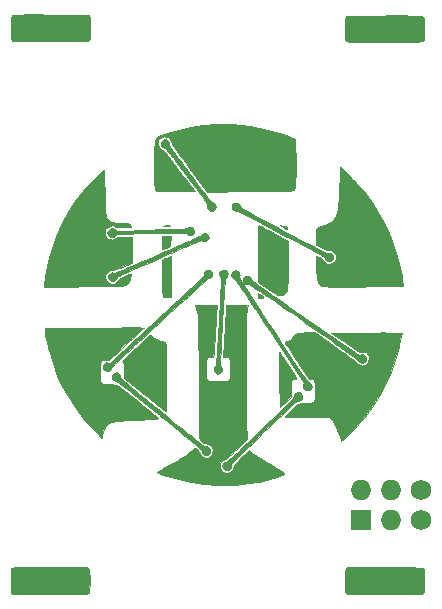
<source format=gbr>
G04 #@! TF.GenerationSoftware,KiCad,Pcbnew,(5.1.0-0)*
G04 #@! TF.CreationDate,2019-05-12T09:59:49-07:00*
G04 #@! TF.ProjectId,shitty_pixel,73686974-7479-45f7-9069-78656c2e6b69,rev?*
G04 #@! TF.SameCoordinates,Original*
G04 #@! TF.FileFunction,Copper,L1,Top*
G04 #@! TF.FilePolarity,Positive*
%FSLAX46Y46*%
G04 Gerber Fmt 4.6, Leading zero omitted, Abs format (unit mm)*
G04 Created by KiCad (PCBNEW (5.1.0-0)) date 2019-05-12 09:59:49*
%MOMM*%
%LPD*%
G04 APERTURE LIST*
%ADD10C,0.010000*%
%ADD11C,1.727200*%
%ADD12O,1.727200X1.727200*%
%ADD13R,1.727200X1.727200*%
G04 APERTURE END LIST*
D10*
G36*
X134761244Y-72735335D02*
G01*
X135247113Y-72736369D01*
X135708586Y-72737892D01*
X136296515Y-72740253D01*
X136805603Y-72742592D01*
X137241677Y-72745071D01*
X137610560Y-72747849D01*
X137918080Y-72751088D01*
X138170062Y-72754947D01*
X138372331Y-72759588D01*
X138530713Y-72765170D01*
X138651034Y-72771855D01*
X138739119Y-72779802D01*
X138800794Y-72789172D01*
X138841886Y-72800125D01*
X138868218Y-72812822D01*
X138883586Y-72825343D01*
X138908419Y-72857817D01*
X138927558Y-72906639D01*
X138941950Y-72982819D01*
X138952545Y-73097370D01*
X138960291Y-73261302D01*
X138966136Y-73485627D01*
X138971030Y-73781356D01*
X138971999Y-73851602D01*
X138984831Y-74802351D01*
X138772515Y-75014667D01*
X135626177Y-75014667D01*
X135028389Y-75014512D01*
X134509574Y-75013970D01*
X134064040Y-75012925D01*
X133686092Y-75011262D01*
X133370038Y-75008865D01*
X133110184Y-75005617D01*
X132900839Y-75001404D01*
X132736307Y-74996109D01*
X132610897Y-74989616D01*
X132518915Y-74981811D01*
X132454669Y-74972576D01*
X132412464Y-74961797D01*
X132386608Y-74949357D01*
X132385753Y-74948766D01*
X132355892Y-74925503D01*
X132333129Y-74895764D01*
X132316499Y-74848753D01*
X132305041Y-74773671D01*
X132297792Y-74659722D01*
X132293790Y-74496106D01*
X132292071Y-74272028D01*
X132291673Y-73976689D01*
X132291667Y-73893457D01*
X132292225Y-73561715D01*
X132295228Y-73304508D01*
X132302670Y-73111704D01*
X132316542Y-72973171D01*
X132338838Y-72878779D01*
X132371550Y-72818396D01*
X132416672Y-72781891D01*
X132476196Y-72759133D01*
X132516877Y-72748539D01*
X132573429Y-72745015D01*
X132707758Y-72741980D01*
X132912974Y-72739458D01*
X133182188Y-72737470D01*
X133508511Y-72736042D01*
X133885054Y-72735194D01*
X134304928Y-72734951D01*
X134761244Y-72735335D01*
X134761244Y-72735335D01*
G37*
X134761244Y-72735335D02*
X135247113Y-72736369D01*
X135708586Y-72737892D01*
X136296515Y-72740253D01*
X136805603Y-72742592D01*
X137241677Y-72745071D01*
X137610560Y-72747849D01*
X137918080Y-72751088D01*
X138170062Y-72754947D01*
X138372331Y-72759588D01*
X138530713Y-72765170D01*
X138651034Y-72771855D01*
X138739119Y-72779802D01*
X138800794Y-72789172D01*
X138841886Y-72800125D01*
X138868218Y-72812822D01*
X138883586Y-72825343D01*
X138908419Y-72857817D01*
X138927558Y-72906639D01*
X138941950Y-72982819D01*
X138952545Y-73097370D01*
X138960291Y-73261302D01*
X138966136Y-73485627D01*
X138971030Y-73781356D01*
X138971999Y-73851602D01*
X138984831Y-74802351D01*
X138772515Y-75014667D01*
X135626177Y-75014667D01*
X135028389Y-75014512D01*
X134509574Y-75013970D01*
X134064040Y-75012925D01*
X133686092Y-75011262D01*
X133370038Y-75008865D01*
X133110184Y-75005617D01*
X132900839Y-75001404D01*
X132736307Y-74996109D01*
X132610897Y-74989616D01*
X132518915Y-74981811D01*
X132454669Y-74972576D01*
X132412464Y-74961797D01*
X132386608Y-74949357D01*
X132385753Y-74948766D01*
X132355892Y-74925503D01*
X132333129Y-74895764D01*
X132316499Y-74848753D01*
X132305041Y-74773671D01*
X132297792Y-74659722D01*
X132293790Y-74496106D01*
X132292071Y-74272028D01*
X132291673Y-73976689D01*
X132291667Y-73893457D01*
X132292225Y-73561715D01*
X132295228Y-73304508D01*
X132302670Y-73111704D01*
X132316542Y-72973171D01*
X132338838Y-72878779D01*
X132371550Y-72818396D01*
X132416672Y-72781891D01*
X132476196Y-72759133D01*
X132516877Y-72748539D01*
X132573429Y-72745015D01*
X132707758Y-72741980D01*
X132912974Y-72739458D01*
X133182188Y-72737470D01*
X133508511Y-72736042D01*
X133885054Y-72735194D01*
X134304928Y-72734951D01*
X134761244Y-72735335D01*
G36*
X165676447Y-72820120D02*
G01*
X166046932Y-72821140D01*
X166366493Y-72822761D01*
X166628197Y-72824956D01*
X166825116Y-72827702D01*
X166950319Y-72830971D01*
X166995494Y-72834216D01*
X167099751Y-72882596D01*
X167175410Y-72941410D01*
X167203324Y-72974436D01*
X167224243Y-73017806D01*
X167239169Y-73083198D01*
X167249103Y-73182284D01*
X167255043Y-73326739D01*
X167257993Y-73528239D01*
X167258950Y-73798458D01*
X167259000Y-73916783D01*
X167256975Y-74211196D01*
X167251233Y-74466842D01*
X167242275Y-74672355D01*
X167230602Y-74816369D01*
X167216715Y-74887517D01*
X167216169Y-74888598D01*
X167148931Y-74952000D01*
X167038263Y-75005436D01*
X167015085Y-75012578D01*
X166950511Y-75018913D01*
X166809669Y-75024771D01*
X166600959Y-75030136D01*
X166332779Y-75034987D01*
X166013529Y-75039306D01*
X165651605Y-75043073D01*
X165255408Y-75046271D01*
X164833335Y-75048880D01*
X164393785Y-75050880D01*
X163945157Y-75052255D01*
X163495849Y-75052983D01*
X163054260Y-75053048D01*
X162628789Y-75052428D01*
X162227833Y-75051107D01*
X161859792Y-75049064D01*
X161533063Y-75046282D01*
X161256047Y-75042740D01*
X161037141Y-75038421D01*
X160884743Y-75033305D01*
X160807253Y-75027373D01*
X160803167Y-75026552D01*
X160701632Y-74981253D01*
X160644417Y-74940235D01*
X160620099Y-74911330D01*
X160601709Y-74866151D01*
X160588440Y-74793714D01*
X160579479Y-74683032D01*
X160574019Y-74523118D01*
X160571248Y-74302986D01*
X160570358Y-74011651D01*
X160570334Y-73935167D01*
X160570676Y-73629249D01*
X160572363Y-73396697D01*
X160576381Y-73226211D01*
X160583716Y-73106491D01*
X160595357Y-73026237D01*
X160612289Y-72974150D01*
X160635500Y-72938930D01*
X160659429Y-72915145D01*
X160679103Y-72899809D01*
X160705793Y-72886509D01*
X160745397Y-72875074D01*
X160803810Y-72865330D01*
X160886930Y-72857105D01*
X161000654Y-72850226D01*
X161150878Y-72844522D01*
X161343500Y-72839818D01*
X161584415Y-72835943D01*
X161879521Y-72832725D01*
X162234714Y-72829990D01*
X162655892Y-72827566D01*
X163148950Y-72825281D01*
X163719787Y-72822962D01*
X163823845Y-72822556D01*
X164328734Y-72820919D01*
X164810418Y-72819984D01*
X165261965Y-72819727D01*
X165676447Y-72820120D01*
X165676447Y-72820120D01*
G37*
X165676447Y-72820120D02*
X166046932Y-72821140D01*
X166366493Y-72822761D01*
X166628197Y-72824956D01*
X166825116Y-72827702D01*
X166950319Y-72830971D01*
X166995494Y-72834216D01*
X167099751Y-72882596D01*
X167175410Y-72941410D01*
X167203324Y-72974436D01*
X167224243Y-73017806D01*
X167239169Y-73083198D01*
X167249103Y-73182284D01*
X167255043Y-73326739D01*
X167257993Y-73528239D01*
X167258950Y-73798458D01*
X167259000Y-73916783D01*
X167256975Y-74211196D01*
X167251233Y-74466842D01*
X167242275Y-74672355D01*
X167230602Y-74816369D01*
X167216715Y-74887517D01*
X167216169Y-74888598D01*
X167148931Y-74952000D01*
X167038263Y-75005436D01*
X167015085Y-75012578D01*
X166950511Y-75018913D01*
X166809669Y-75024771D01*
X166600959Y-75030136D01*
X166332779Y-75034987D01*
X166013529Y-75039306D01*
X165651605Y-75043073D01*
X165255408Y-75046271D01*
X164833335Y-75048880D01*
X164393785Y-75050880D01*
X163945157Y-75052255D01*
X163495849Y-75052983D01*
X163054260Y-75053048D01*
X162628789Y-75052428D01*
X162227833Y-75051107D01*
X161859792Y-75049064D01*
X161533063Y-75046282D01*
X161256047Y-75042740D01*
X161037141Y-75038421D01*
X160884743Y-75033305D01*
X160807253Y-75027373D01*
X160803167Y-75026552D01*
X160701632Y-74981253D01*
X160644417Y-74940235D01*
X160620099Y-74911330D01*
X160601709Y-74866151D01*
X160588440Y-74793714D01*
X160579479Y-74683032D01*
X160574019Y-74523118D01*
X160571248Y-74302986D01*
X160570358Y-74011651D01*
X160570334Y-73935167D01*
X160570676Y-73629249D01*
X160572363Y-73396697D01*
X160576381Y-73226211D01*
X160583716Y-73106491D01*
X160595357Y-73026237D01*
X160612289Y-72974150D01*
X160635500Y-72938930D01*
X160659429Y-72915145D01*
X160679103Y-72899809D01*
X160705793Y-72886509D01*
X160745397Y-72875074D01*
X160803810Y-72865330D01*
X160886930Y-72857105D01*
X161000654Y-72850226D01*
X161150878Y-72844522D01*
X161343500Y-72839818D01*
X161584415Y-72835943D01*
X161879521Y-72832725D01*
X162234714Y-72829990D01*
X162655892Y-72827566D01*
X163148950Y-72825281D01*
X163719787Y-72822962D01*
X163823845Y-72822556D01*
X164328734Y-72820919D01*
X164810418Y-72819984D01*
X165261965Y-72819727D01*
X165676447Y-72820120D01*
G36*
X150981834Y-82047541D02*
G01*
X151759987Y-82098207D01*
X152510751Y-82185485D01*
X153250197Y-82312900D01*
X153994401Y-82483976D01*
X154759437Y-82702237D01*
X155561378Y-82971209D01*
X156092388Y-83168133D01*
X156213638Y-83224809D01*
X156299059Y-83283574D01*
X156320214Y-83310105D01*
X156332877Y-83381083D01*
X156344703Y-83525877D01*
X156355476Y-83733637D01*
X156364981Y-83993515D01*
X156373006Y-84294662D01*
X156379334Y-84626230D01*
X156383751Y-84977369D01*
X156386042Y-85337230D01*
X156385994Y-85694965D01*
X156383391Y-86039725D01*
X156379334Y-86298435D01*
X156371416Y-86655378D01*
X156361944Y-86937420D01*
X156348522Y-87154323D01*
X156328757Y-87315846D01*
X156300253Y-87431752D01*
X156260617Y-87511802D01*
X156207453Y-87565756D01*
X156138367Y-87603377D01*
X156051650Y-87634206D01*
X155994718Y-87644236D01*
X155887466Y-87653348D01*
X155726313Y-87661610D01*
X155507675Y-87669091D01*
X155227968Y-87675857D01*
X154883608Y-87681976D01*
X154471013Y-87687517D01*
X153986599Y-87692547D01*
X153426782Y-87697133D01*
X152787979Y-87701343D01*
X152376142Y-87703660D01*
X148859785Y-87722373D01*
X147386603Y-85757277D01*
X147073318Y-85338971D01*
X146807313Y-84982637D01*
X146584758Y-84682748D01*
X146401821Y-84433779D01*
X146254671Y-84230203D01*
X146139476Y-84066494D01*
X146052405Y-83937126D01*
X145989627Y-83836573D01*
X145947310Y-83759309D01*
X145921623Y-83699807D01*
X145908735Y-83652541D01*
X145905093Y-83620444D01*
X145859759Y-83414093D01*
X145756106Y-83252404D01*
X145609527Y-83138393D01*
X145435421Y-83075077D01*
X145249183Y-83065471D01*
X145066208Y-83112594D01*
X144901894Y-83219460D01*
X144771636Y-83389086D01*
X144767200Y-83397511D01*
X144706034Y-83597984D01*
X144723178Y-83795159D01*
X144813008Y-83974644D01*
X144969896Y-84122048D01*
X145073046Y-84179834D01*
X145119607Y-84205450D01*
X145171609Y-84244113D01*
X145233725Y-84301505D01*
X145310629Y-84383311D01*
X145406993Y-84495215D01*
X145527490Y-84642900D01*
X145676792Y-84832052D01*
X145859573Y-85068353D01*
X146080506Y-85357489D01*
X146344263Y-85705143D01*
X146542087Y-85966786D01*
X146793083Y-86299492D01*
X147027892Y-86611590D01*
X147241685Y-86896605D01*
X147429639Y-87148062D01*
X147586927Y-87359488D01*
X147708723Y-87524408D01*
X147790200Y-87636349D01*
X147826534Y-87688836D01*
X147828000Y-87691869D01*
X147787547Y-87698796D01*
X147673678Y-87704268D01*
X147497633Y-87708347D01*
X147270648Y-87711099D01*
X147003963Y-87712588D01*
X146708815Y-87712879D01*
X146396442Y-87712035D01*
X146078082Y-87710123D01*
X145764974Y-87707205D01*
X145468354Y-87703347D01*
X145199462Y-87698613D01*
X144969536Y-87693068D01*
X144789812Y-87686775D01*
X144671530Y-87679800D01*
X144627983Y-87673505D01*
X144580343Y-87650480D01*
X144540579Y-87618448D01*
X144507982Y-87570120D01*
X144481843Y-87498204D01*
X144461455Y-87395410D01*
X144446108Y-87254447D01*
X144435095Y-87068025D01*
X144427707Y-86828852D01*
X144423236Y-86529638D01*
X144420973Y-86163093D01*
X144420211Y-85721925D01*
X144420167Y-85534500D01*
X144420888Y-85048278D01*
X144423185Y-84639536D01*
X144427256Y-84301097D01*
X144433299Y-84025785D01*
X144441514Y-83806425D01*
X144452100Y-83635840D01*
X144465254Y-83506854D01*
X144478608Y-83424545D01*
X144499782Y-83320549D01*
X144522738Y-83238985D01*
X144557670Y-83173393D01*
X144614770Y-83117318D01*
X144704234Y-83064301D01*
X144836255Y-83007885D01*
X145021026Y-82941614D01*
X145268743Y-82859029D01*
X145481624Y-82789182D01*
X146505719Y-82490158D01*
X147529576Y-82267102D01*
X148564694Y-82118462D01*
X149622573Y-82042688D01*
X150714712Y-82038229D01*
X150981834Y-82047541D01*
X150981834Y-82047541D01*
G37*
X150981834Y-82047541D02*
X151759987Y-82098207D01*
X152510751Y-82185485D01*
X153250197Y-82312900D01*
X153994401Y-82483976D01*
X154759437Y-82702237D01*
X155561378Y-82971209D01*
X156092388Y-83168133D01*
X156213638Y-83224809D01*
X156299059Y-83283574D01*
X156320214Y-83310105D01*
X156332877Y-83381083D01*
X156344703Y-83525877D01*
X156355476Y-83733637D01*
X156364981Y-83993515D01*
X156373006Y-84294662D01*
X156379334Y-84626230D01*
X156383751Y-84977369D01*
X156386042Y-85337230D01*
X156385994Y-85694965D01*
X156383391Y-86039725D01*
X156379334Y-86298435D01*
X156371416Y-86655378D01*
X156361944Y-86937420D01*
X156348522Y-87154323D01*
X156328757Y-87315846D01*
X156300253Y-87431752D01*
X156260617Y-87511802D01*
X156207453Y-87565756D01*
X156138367Y-87603377D01*
X156051650Y-87634206D01*
X155994718Y-87644236D01*
X155887466Y-87653348D01*
X155726313Y-87661610D01*
X155507675Y-87669091D01*
X155227968Y-87675857D01*
X154883608Y-87681976D01*
X154471013Y-87687517D01*
X153986599Y-87692547D01*
X153426782Y-87697133D01*
X152787979Y-87701343D01*
X152376142Y-87703660D01*
X148859785Y-87722373D01*
X147386603Y-85757277D01*
X147073318Y-85338971D01*
X146807313Y-84982637D01*
X146584758Y-84682748D01*
X146401821Y-84433779D01*
X146254671Y-84230203D01*
X146139476Y-84066494D01*
X146052405Y-83937126D01*
X145989627Y-83836573D01*
X145947310Y-83759309D01*
X145921623Y-83699807D01*
X145908735Y-83652541D01*
X145905093Y-83620444D01*
X145859759Y-83414093D01*
X145756106Y-83252404D01*
X145609527Y-83138393D01*
X145435421Y-83075077D01*
X145249183Y-83065471D01*
X145066208Y-83112594D01*
X144901894Y-83219460D01*
X144771636Y-83389086D01*
X144767200Y-83397511D01*
X144706034Y-83597984D01*
X144723178Y-83795159D01*
X144813008Y-83974644D01*
X144969896Y-84122048D01*
X145073046Y-84179834D01*
X145119607Y-84205450D01*
X145171609Y-84244113D01*
X145233725Y-84301505D01*
X145310629Y-84383311D01*
X145406993Y-84495215D01*
X145527490Y-84642900D01*
X145676792Y-84832052D01*
X145859573Y-85068353D01*
X146080506Y-85357489D01*
X146344263Y-85705143D01*
X146542087Y-85966786D01*
X146793083Y-86299492D01*
X147027892Y-86611590D01*
X147241685Y-86896605D01*
X147429639Y-87148062D01*
X147586927Y-87359488D01*
X147708723Y-87524408D01*
X147790200Y-87636349D01*
X147826534Y-87688836D01*
X147828000Y-87691869D01*
X147787547Y-87698796D01*
X147673678Y-87704268D01*
X147497633Y-87708347D01*
X147270648Y-87711099D01*
X147003963Y-87712588D01*
X146708815Y-87712879D01*
X146396442Y-87712035D01*
X146078082Y-87710123D01*
X145764974Y-87707205D01*
X145468354Y-87703347D01*
X145199462Y-87698613D01*
X144969536Y-87693068D01*
X144789812Y-87686775D01*
X144671530Y-87679800D01*
X144627983Y-87673505D01*
X144580343Y-87650480D01*
X144540579Y-87618448D01*
X144507982Y-87570120D01*
X144481843Y-87498204D01*
X144461455Y-87395410D01*
X144446108Y-87254447D01*
X144435095Y-87068025D01*
X144427707Y-86828852D01*
X144423236Y-86529638D01*
X144420973Y-86163093D01*
X144420211Y-85721925D01*
X144420167Y-85534500D01*
X144420888Y-85048278D01*
X144423185Y-84639536D01*
X144427256Y-84301097D01*
X144433299Y-84025785D01*
X144441514Y-83806425D01*
X144452100Y-83635840D01*
X144465254Y-83506854D01*
X144478608Y-83424545D01*
X144499782Y-83320549D01*
X144522738Y-83238985D01*
X144557670Y-83173393D01*
X144614770Y-83117318D01*
X144704234Y-83064301D01*
X144836255Y-83007885D01*
X145021026Y-82941614D01*
X145268743Y-82859029D01*
X145481624Y-82789182D01*
X146505719Y-82490158D01*
X147529576Y-82267102D01*
X148564694Y-82118462D01*
X149622573Y-82042688D01*
X150714712Y-82038229D01*
X150981834Y-82047541D01*
G36*
X145481390Y-83343591D02*
G01*
X145591717Y-83437324D01*
X145654450Y-83575941D01*
X145660675Y-83687403D01*
X145660667Y-83720524D01*
X145668298Y-83759248D01*
X145687041Y-83808536D01*
X145720370Y-83873346D01*
X145771758Y-83958637D01*
X145844679Y-84069370D01*
X145942604Y-84210503D01*
X146069009Y-84386996D01*
X146227366Y-84603808D01*
X146421149Y-84865899D01*
X146653830Y-85178228D01*
X146928882Y-85545755D01*
X147249781Y-85973438D01*
X147425834Y-86207830D01*
X147797317Y-86701392D01*
X148121466Y-87130014D01*
X148400948Y-87497082D01*
X148638429Y-87805981D01*
X148836575Y-88060098D01*
X148998053Y-88262818D01*
X149125528Y-88417527D01*
X149221668Y-88527611D01*
X149289139Y-88596456D01*
X149330606Y-88627447D01*
X149331693Y-88627919D01*
X149499836Y-88731037D01*
X149599649Y-88865005D01*
X149625415Y-89017953D01*
X149584987Y-89153703D01*
X149475592Y-89287384D01*
X149332371Y-89353835D01*
X149175708Y-89348285D01*
X149043459Y-89280484D01*
X148947475Y-89164155D01*
X148901263Y-89022340D01*
X148914257Y-88887987D01*
X148924600Y-88865266D01*
X148927729Y-88841898D01*
X148916484Y-88803198D01*
X148887595Y-88744558D01*
X148837792Y-88661369D01*
X148763802Y-88549024D01*
X148662357Y-88402914D01*
X148530185Y-88218430D01*
X148364015Y-87990965D01*
X148160578Y-87715910D01*
X147916601Y-87388656D01*
X147628816Y-87004595D01*
X147293951Y-86559120D01*
X147187752Y-86418033D01*
X146838492Y-85954557D01*
X146536146Y-85554404D01*
X146277053Y-85212997D01*
X146057552Y-84925756D01*
X145873983Y-84688104D01*
X145722686Y-84495461D01*
X145600001Y-84343250D01*
X145502266Y-84226891D01*
X145425822Y-84141807D01*
X145367008Y-84083418D01*
X145322163Y-84047147D01*
X145287628Y-84028414D01*
X145274088Y-84024403D01*
X145119324Y-83956542D01*
X145012201Y-83841814D01*
X144960071Y-83700476D01*
X144970284Y-83552784D01*
X145050194Y-83418995D01*
X145053243Y-83415909D01*
X145193312Y-83324463D01*
X145342308Y-83303164D01*
X145481390Y-83343591D01*
X145481390Y-83343591D01*
G37*
X145481390Y-83343591D02*
X145591717Y-83437324D01*
X145654450Y-83575941D01*
X145660675Y-83687403D01*
X145660667Y-83720524D01*
X145668298Y-83759248D01*
X145687041Y-83808536D01*
X145720370Y-83873346D01*
X145771758Y-83958637D01*
X145844679Y-84069370D01*
X145942604Y-84210503D01*
X146069009Y-84386996D01*
X146227366Y-84603808D01*
X146421149Y-84865899D01*
X146653830Y-85178228D01*
X146928882Y-85545755D01*
X147249781Y-85973438D01*
X147425834Y-86207830D01*
X147797317Y-86701392D01*
X148121466Y-87130014D01*
X148400948Y-87497082D01*
X148638429Y-87805981D01*
X148836575Y-88060098D01*
X148998053Y-88262818D01*
X149125528Y-88417527D01*
X149221668Y-88527611D01*
X149289139Y-88596456D01*
X149330606Y-88627447D01*
X149331693Y-88627919D01*
X149499836Y-88731037D01*
X149599649Y-88865005D01*
X149625415Y-89017953D01*
X149584987Y-89153703D01*
X149475592Y-89287384D01*
X149332371Y-89353835D01*
X149175708Y-89348285D01*
X149043459Y-89280484D01*
X148947475Y-89164155D01*
X148901263Y-89022340D01*
X148914257Y-88887987D01*
X148924600Y-88865266D01*
X148927729Y-88841898D01*
X148916484Y-88803198D01*
X148887595Y-88744558D01*
X148837792Y-88661369D01*
X148763802Y-88549024D01*
X148662357Y-88402914D01*
X148530185Y-88218430D01*
X148364015Y-87990965D01*
X148160578Y-87715910D01*
X147916601Y-87388656D01*
X147628816Y-87004595D01*
X147293951Y-86559120D01*
X147187752Y-86418033D01*
X146838492Y-85954557D01*
X146536146Y-85554404D01*
X146277053Y-85212997D01*
X146057552Y-84925756D01*
X145873983Y-84688104D01*
X145722686Y-84495461D01*
X145600001Y-84343250D01*
X145502266Y-84226891D01*
X145425822Y-84141807D01*
X145367008Y-84083418D01*
X145322163Y-84047147D01*
X145287628Y-84028414D01*
X145274088Y-84024403D01*
X145119324Y-83956542D01*
X145012201Y-83841814D01*
X144960071Y-83700476D01*
X144970284Y-83552784D01*
X145050194Y-83418995D01*
X145053243Y-83415909D01*
X145193312Y-83324463D01*
X145342308Y-83303164D01*
X145481390Y-83343591D01*
G36*
X145652011Y-90598437D02*
G01*
X145752065Y-90613096D01*
X145774834Y-90635667D01*
X145722302Y-90656795D01*
X145609272Y-90671967D01*
X145459862Y-90677994D01*
X145454835Y-90678000D01*
X145303780Y-90672363D01*
X145199513Y-90657275D01*
X145161000Y-90635667D01*
X145200423Y-90614380D01*
X145307252Y-90599529D01*
X145464330Y-90593382D01*
X145480999Y-90593334D01*
X145652011Y-90598437D01*
X145652011Y-90598437D01*
G37*
X145652011Y-90598437D02*
X145752065Y-90613096D01*
X145774834Y-90635667D01*
X145722302Y-90656795D01*
X145609272Y-90671967D01*
X145459862Y-90677994D01*
X145454835Y-90678000D01*
X145303780Y-90672363D01*
X145199513Y-90657275D01*
X145161000Y-90635667D01*
X145200423Y-90614380D01*
X145307252Y-90599529D01*
X145464330Y-90593382D01*
X145480999Y-90593334D01*
X145652011Y-90598437D01*
G36*
X155291399Y-90605506D02*
G01*
X155470708Y-90630000D01*
X155585755Y-90682033D01*
X155655358Y-90772828D01*
X155679143Y-90836750D01*
X155692128Y-90892356D01*
X155681392Y-90917527D01*
X155635266Y-90909447D01*
X155542081Y-90865299D01*
X155390168Y-90782264D01*
X155342167Y-90755391D01*
X155045834Y-90589189D01*
X155291399Y-90605506D01*
X155291399Y-90605506D01*
G37*
X155291399Y-90605506D02*
X155470708Y-90630000D01*
X155585755Y-90682033D01*
X155655358Y-90772828D01*
X155679143Y-90836750D01*
X155692128Y-90892356D01*
X155681392Y-90917527D01*
X155635266Y-90909447D01*
X155542081Y-90865299D01*
X155390168Y-90782264D01*
X155342167Y-90755391D01*
X155045834Y-90589189D01*
X155291399Y-90605506D01*
G36*
X147605835Y-90763871D02*
G01*
X147718308Y-90860833D01*
X147779924Y-90998295D01*
X147785667Y-91060332D01*
X147753116Y-91184352D01*
X147671060Y-91306466D01*
X147562892Y-91400410D01*
X147452006Y-91439923D01*
X147447474Y-91440000D01*
X147295217Y-91403726D01*
X147150319Y-91307878D01*
X147110086Y-91265948D01*
X147094915Y-91251063D01*
X147072598Y-91238484D01*
X147037136Y-91228211D01*
X146982527Y-91220245D01*
X146902773Y-91214586D01*
X146791872Y-91211234D01*
X146643825Y-91210190D01*
X146452630Y-91211455D01*
X146212289Y-91215028D01*
X145916799Y-91220910D01*
X145560163Y-91229102D01*
X145136378Y-91239603D01*
X144639445Y-91252415D01*
X144115920Y-91266153D01*
X141187007Y-91343314D01*
X141054089Y-91455157D01*
X140893403Y-91547391D01*
X140733377Y-91556156D01*
X140579574Y-91481320D01*
X140561727Y-91466653D01*
X140466488Y-91334901D01*
X140442973Y-91180261D01*
X140491914Y-91025983D01*
X140545579Y-90954324D01*
X140676571Y-90869131D01*
X140832531Y-90844629D01*
X140982577Y-90881868D01*
X141059498Y-90936831D01*
X141148995Y-91026329D01*
X144118081Y-90952517D01*
X144694067Y-90938072D01*
X145191352Y-90925234D01*
X145615880Y-90913715D01*
X145973596Y-90903222D01*
X146270445Y-90893467D01*
X146512370Y-90884157D01*
X146705316Y-90875004D01*
X146855228Y-90865716D01*
X146968050Y-90856003D01*
X147049726Y-90845574D01*
X147106201Y-90834140D01*
X147143420Y-90821409D01*
X147167326Y-90807091D01*
X147171834Y-90803306D01*
X147311742Y-90726374D01*
X147463361Y-90716140D01*
X147605835Y-90763871D01*
X147605835Y-90763871D01*
G37*
X147605835Y-90763871D02*
X147718308Y-90860833D01*
X147779924Y-90998295D01*
X147785667Y-91060332D01*
X147753116Y-91184352D01*
X147671060Y-91306466D01*
X147562892Y-91400410D01*
X147452006Y-91439923D01*
X147447474Y-91440000D01*
X147295217Y-91403726D01*
X147150319Y-91307878D01*
X147110086Y-91265948D01*
X147094915Y-91251063D01*
X147072598Y-91238484D01*
X147037136Y-91228211D01*
X146982527Y-91220245D01*
X146902773Y-91214586D01*
X146791872Y-91211234D01*
X146643825Y-91210190D01*
X146452630Y-91211455D01*
X146212289Y-91215028D01*
X145916799Y-91220910D01*
X145560163Y-91229102D01*
X145136378Y-91239603D01*
X144639445Y-91252415D01*
X144115920Y-91266153D01*
X141187007Y-91343314D01*
X141054089Y-91455157D01*
X140893403Y-91547391D01*
X140733377Y-91556156D01*
X140579574Y-91481320D01*
X140561727Y-91466653D01*
X140466488Y-91334901D01*
X140442973Y-91180261D01*
X140491914Y-91025983D01*
X140545579Y-90954324D01*
X140676571Y-90869131D01*
X140832531Y-90844629D01*
X140982577Y-90881868D01*
X141059498Y-90936831D01*
X141148995Y-91026329D01*
X144118081Y-90952517D01*
X144694067Y-90938072D01*
X145191352Y-90925234D01*
X145615880Y-90913715D01*
X145973596Y-90903222D01*
X146270445Y-90893467D01*
X146512370Y-90884157D01*
X146705316Y-90875004D01*
X146855228Y-90865716D01*
X146968050Y-90856003D01*
X147049726Y-90845574D01*
X147106201Y-90834140D01*
X147143420Y-90821409D01*
X147167326Y-90807091D01*
X147171834Y-90803306D01*
X147311742Y-90726374D01*
X147463361Y-90716140D01*
X147605835Y-90763871D01*
G36*
X145774834Y-92334056D02*
G01*
X145439685Y-92479695D01*
X145287211Y-92545292D01*
X145167493Y-92595551D01*
X145099186Y-92622692D01*
X145090435Y-92625334D01*
X145085281Y-92585572D01*
X145080971Y-92476569D01*
X145077886Y-92313752D01*
X145076408Y-92112543D01*
X145076334Y-92053834D01*
X145076334Y-91482334D01*
X145798962Y-91482334D01*
X145774834Y-92334056D01*
X145774834Y-92334056D01*
G37*
X145774834Y-92334056D02*
X145439685Y-92479695D01*
X145287211Y-92545292D01*
X145167493Y-92595551D01*
X145099186Y-92622692D01*
X145090435Y-92625334D01*
X145085281Y-92585572D01*
X145080971Y-92476569D01*
X145077886Y-92313752D01*
X145076408Y-92112543D01*
X145076334Y-92053834D01*
X145076334Y-91482334D01*
X145798962Y-91482334D01*
X145774834Y-92334056D01*
G36*
X151504910Y-88706351D02*
G01*
X151627206Y-88809416D01*
X151690977Y-88966614D01*
X151700845Y-89039331D01*
X151724539Y-89064816D01*
X151795005Y-89113485D01*
X151914947Y-89186814D01*
X152087066Y-89286281D01*
X152314066Y-89413362D01*
X152598649Y-89569536D01*
X152943517Y-89756278D01*
X153351374Y-89975065D01*
X153824921Y-90227375D01*
X154366862Y-90514685D01*
X154979900Y-90838472D01*
X155345413Y-91031089D01*
X155950137Y-91349446D01*
X156484608Y-91630517D01*
X156953422Y-91876587D01*
X157361176Y-92089939D01*
X157712468Y-92272858D01*
X158011894Y-92427628D01*
X158264051Y-92556535D01*
X158473537Y-92661861D01*
X158644948Y-92745893D01*
X158782882Y-92810913D01*
X158891935Y-92859206D01*
X158976705Y-92893057D01*
X159041788Y-92914750D01*
X159091781Y-92926570D01*
X159131282Y-92930800D01*
X159164888Y-92929726D01*
X159165973Y-92929624D01*
X159301647Y-92928479D01*
X159396969Y-92964762D01*
X159451334Y-93008996D01*
X159531407Y-93136783D01*
X159554770Y-93294646D01*
X159519435Y-93448050D01*
X159480250Y-93510931D01*
X159357141Y-93600716D01*
X159203785Y-93629324D01*
X159051466Y-93593738D01*
X158993924Y-93557827D01*
X158902403Y-93456084D01*
X158845075Y-93339456D01*
X158845071Y-93339439D01*
X158835817Y-93316330D01*
X158816739Y-93290174D01*
X158783446Y-93258530D01*
X158731550Y-93218954D01*
X158656663Y-93169005D01*
X158554394Y-93106241D01*
X158420354Y-93028220D01*
X158250155Y-92932500D01*
X158039408Y-92816639D01*
X157783723Y-92678195D01*
X157478711Y-92514727D01*
X157119983Y-92323791D01*
X156703151Y-92102946D01*
X156223824Y-91849750D01*
X155677615Y-91561761D01*
X155159223Y-91288713D01*
X154520326Y-90952653D01*
X153952559Y-90654818D01*
X153452425Y-90393441D01*
X153016430Y-90166752D01*
X152641077Y-89972983D01*
X152322870Y-89810364D01*
X152058316Y-89677126D01*
X151843917Y-89571501D01*
X151676179Y-89491720D01*
X151551606Y-89436013D01*
X151466702Y-89402612D01*
X151417972Y-89389747D01*
X151407398Y-89390056D01*
X151278407Y-89384761D01*
X151142749Y-89324038D01*
X151034459Y-89226700D01*
X150998834Y-89164208D01*
X150972914Y-88997812D01*
X151015377Y-88851148D01*
X151110813Y-88738158D01*
X151243814Y-88672781D01*
X151398970Y-88668960D01*
X151504910Y-88706351D01*
X151504910Y-88706351D01*
G37*
X151504910Y-88706351D02*
X151627206Y-88809416D01*
X151690977Y-88966614D01*
X151700845Y-89039331D01*
X151724539Y-89064816D01*
X151795005Y-89113485D01*
X151914947Y-89186814D01*
X152087066Y-89286281D01*
X152314066Y-89413362D01*
X152598649Y-89569536D01*
X152943517Y-89756278D01*
X153351374Y-89975065D01*
X153824921Y-90227375D01*
X154366862Y-90514685D01*
X154979900Y-90838472D01*
X155345413Y-91031089D01*
X155950137Y-91349446D01*
X156484608Y-91630517D01*
X156953422Y-91876587D01*
X157361176Y-92089939D01*
X157712468Y-92272858D01*
X158011894Y-92427628D01*
X158264051Y-92556535D01*
X158473537Y-92661861D01*
X158644948Y-92745893D01*
X158782882Y-92810913D01*
X158891935Y-92859206D01*
X158976705Y-92893057D01*
X159041788Y-92914750D01*
X159091781Y-92926570D01*
X159131282Y-92930800D01*
X159164888Y-92929726D01*
X159165973Y-92929624D01*
X159301647Y-92928479D01*
X159396969Y-92964762D01*
X159451334Y-93008996D01*
X159531407Y-93136783D01*
X159554770Y-93294646D01*
X159519435Y-93448050D01*
X159480250Y-93510931D01*
X159357141Y-93600716D01*
X159203785Y-93629324D01*
X159051466Y-93593738D01*
X158993924Y-93557827D01*
X158902403Y-93456084D01*
X158845075Y-93339456D01*
X158845071Y-93339439D01*
X158835817Y-93316330D01*
X158816739Y-93290174D01*
X158783446Y-93258530D01*
X158731550Y-93218954D01*
X158656663Y-93169005D01*
X158554394Y-93106241D01*
X158420354Y-93028220D01*
X158250155Y-92932500D01*
X158039408Y-92816639D01*
X157783723Y-92678195D01*
X157478711Y-92514727D01*
X157119983Y-92323791D01*
X156703151Y-92102946D01*
X156223824Y-91849750D01*
X155677615Y-91561761D01*
X155159223Y-91288713D01*
X154520326Y-90952653D01*
X153952559Y-90654818D01*
X153452425Y-90393441D01*
X153016430Y-90166752D01*
X152641077Y-89972983D01*
X152322870Y-89810364D01*
X152058316Y-89677126D01*
X151843917Y-89571501D01*
X151676179Y-89491720D01*
X151551606Y-89436013D01*
X151466702Y-89402612D01*
X151417972Y-89389747D01*
X151407398Y-89390056D01*
X151278407Y-89384761D01*
X151142749Y-89324038D01*
X151034459Y-89226700D01*
X150998834Y-89164208D01*
X150972914Y-88997812D01*
X151015377Y-88851148D01*
X151110813Y-88738158D01*
X151243814Y-88672781D01*
X151398970Y-88668960D01*
X151504910Y-88706351D01*
G36*
X148851825Y-91282616D02*
G01*
X148913606Y-91328681D01*
X149007085Y-91456122D01*
X149032769Y-91601070D01*
X148998426Y-91742830D01*
X148911818Y-91860709D01*
X148780714Y-91934013D01*
X148681204Y-91948000D01*
X148557832Y-91929045D01*
X148461626Y-91883134D01*
X148458276Y-91880225D01*
X148440904Y-91869885D01*
X148413924Y-91865952D01*
X148372363Y-91870430D01*
X148311245Y-91885322D01*
X148225596Y-91912632D01*
X148110441Y-91954366D01*
X147960805Y-92012526D01*
X147771715Y-92089117D01*
X147538194Y-92186143D01*
X147255270Y-92305608D01*
X146917967Y-92449516D01*
X146521311Y-92619871D01*
X146060326Y-92818677D01*
X145530039Y-93047938D01*
X145131776Y-93220324D01*
X144627503Y-93438676D01*
X144139573Y-93649975D01*
X143674436Y-93851428D01*
X143238540Y-94040241D01*
X142838334Y-94213618D01*
X142480268Y-94368766D01*
X142170791Y-94502891D01*
X141916351Y-94613198D01*
X141723398Y-94696894D01*
X141598381Y-94751184D01*
X141562667Y-94766732D01*
X141395029Y-94845060D01*
X141293315Y-94907695D01*
X141242911Y-94965066D01*
X141230872Y-95003549D01*
X141176171Y-95134401D01*
X141070400Y-95245280D01*
X140949065Y-95302650D01*
X140839094Y-95299864D01*
X140722908Y-95268058D01*
X140583394Y-95171888D01*
X140513089Y-95040377D01*
X140514632Y-94890507D01*
X140590666Y-94739256D01*
X140633191Y-94691297D01*
X140726173Y-94609733D01*
X140808916Y-94580156D01*
X140923987Y-94588370D01*
X140936096Y-94590271D01*
X140969730Y-94593318D01*
X141010763Y-94591044D01*
X141064075Y-94581471D01*
X141134546Y-94562618D01*
X141227056Y-94532508D01*
X141346486Y-94489160D01*
X141497715Y-94430595D01*
X141685623Y-94354834D01*
X141915092Y-94259898D01*
X142190999Y-94143807D01*
X142518227Y-94004581D01*
X142901655Y-93840243D01*
X143346163Y-93648811D01*
X143856631Y-93428307D01*
X144437939Y-93176752D01*
X144685191Y-93069677D01*
X145308118Y-92799635D01*
X145857773Y-92560775D01*
X146338740Y-92351005D01*
X146755602Y-92168235D01*
X147112941Y-92010371D01*
X147415341Y-91875322D01*
X147667385Y-91760996D01*
X147873655Y-91665301D01*
X148038735Y-91586146D01*
X148167207Y-91521438D01*
X148263654Y-91469086D01*
X148332659Y-91426997D01*
X148378806Y-91393080D01*
X148398368Y-91374793D01*
X148548080Y-91259645D01*
X148699656Y-91228881D01*
X148851825Y-91282616D01*
X148851825Y-91282616D01*
G37*
X148851825Y-91282616D02*
X148913606Y-91328681D01*
X149007085Y-91456122D01*
X149032769Y-91601070D01*
X148998426Y-91742830D01*
X148911818Y-91860709D01*
X148780714Y-91934013D01*
X148681204Y-91948000D01*
X148557832Y-91929045D01*
X148461626Y-91883134D01*
X148458276Y-91880225D01*
X148440904Y-91869885D01*
X148413924Y-91865952D01*
X148372363Y-91870430D01*
X148311245Y-91885322D01*
X148225596Y-91912632D01*
X148110441Y-91954366D01*
X147960805Y-92012526D01*
X147771715Y-92089117D01*
X147538194Y-92186143D01*
X147255270Y-92305608D01*
X146917967Y-92449516D01*
X146521311Y-92619871D01*
X146060326Y-92818677D01*
X145530039Y-93047938D01*
X145131776Y-93220324D01*
X144627503Y-93438676D01*
X144139573Y-93649975D01*
X143674436Y-93851428D01*
X143238540Y-94040241D01*
X142838334Y-94213618D01*
X142480268Y-94368766D01*
X142170791Y-94502891D01*
X141916351Y-94613198D01*
X141723398Y-94696894D01*
X141598381Y-94751184D01*
X141562667Y-94766732D01*
X141395029Y-94845060D01*
X141293315Y-94907695D01*
X141242911Y-94965066D01*
X141230872Y-95003549D01*
X141176171Y-95134401D01*
X141070400Y-95245280D01*
X140949065Y-95302650D01*
X140839094Y-95299864D01*
X140722908Y-95268058D01*
X140583394Y-95171888D01*
X140513089Y-95040377D01*
X140514632Y-94890507D01*
X140590666Y-94739256D01*
X140633191Y-94691297D01*
X140726173Y-94609733D01*
X140808916Y-94580156D01*
X140923987Y-94588370D01*
X140936096Y-94590271D01*
X140969730Y-94593318D01*
X141010763Y-94591044D01*
X141064075Y-94581471D01*
X141134546Y-94562618D01*
X141227056Y-94532508D01*
X141346486Y-94489160D01*
X141497715Y-94430595D01*
X141685623Y-94354834D01*
X141915092Y-94259898D01*
X142190999Y-94143807D01*
X142518227Y-94004581D01*
X142901655Y-93840243D01*
X143346163Y-93648811D01*
X143856631Y-93428307D01*
X144437939Y-93176752D01*
X144685191Y-93069677D01*
X145308118Y-92799635D01*
X145857773Y-92560775D01*
X146338740Y-92351005D01*
X146755602Y-92168235D01*
X147112941Y-92010371D01*
X147415341Y-91875322D01*
X147667385Y-91760996D01*
X147873655Y-91665301D01*
X148038735Y-91586146D01*
X148167207Y-91521438D01*
X148263654Y-91469086D01*
X148332659Y-91426997D01*
X148378806Y-91393080D01*
X148398368Y-91374793D01*
X148548080Y-91259645D01*
X148699656Y-91228881D01*
X148851825Y-91282616D01*
G36*
X160194735Y-85685558D02*
G01*
X160270454Y-85741581D01*
X160393738Y-85851029D01*
X160555439Y-86004460D01*
X160746410Y-86192432D01*
X160957504Y-86405504D01*
X161179574Y-86634232D01*
X161403473Y-86869177D01*
X161620053Y-87100895D01*
X161820168Y-87319944D01*
X161994670Y-87516884D01*
X162134412Y-87682272D01*
X162160523Y-87714667D01*
X162852702Y-88648034D01*
X163465784Y-89611537D01*
X163999951Y-90605604D01*
X164455389Y-91630659D01*
X164832282Y-92687129D01*
X165130814Y-93775439D01*
X165351170Y-94896014D01*
X165394807Y-95186500D01*
X165423114Y-95390798D01*
X165445820Y-95561521D01*
X165460911Y-95683006D01*
X165466376Y-95739586D01*
X165466120Y-95741750D01*
X165421089Y-95744825D01*
X165299147Y-95747798D01*
X165108052Y-95750649D01*
X164855558Y-95753360D01*
X164549423Y-95755913D01*
X164197403Y-95758288D01*
X163807255Y-95760468D01*
X163386733Y-95762433D01*
X162943595Y-95764166D01*
X162485598Y-95765647D01*
X162020496Y-95766858D01*
X161556048Y-95767781D01*
X161100008Y-95768396D01*
X160660133Y-95768685D01*
X160244180Y-95768631D01*
X159859905Y-95768213D01*
X159515063Y-95767414D01*
X159217413Y-95766215D01*
X158974708Y-95764598D01*
X158794707Y-95762543D01*
X158685165Y-95760033D01*
X158654889Y-95758057D01*
X158527130Y-95719592D01*
X158425015Y-95664026D01*
X158416688Y-95657013D01*
X158336001Y-95539299D01*
X158265497Y-95345604D01*
X158207423Y-95084238D01*
X158164023Y-94763515D01*
X158157802Y-94698568D01*
X158142844Y-94496578D01*
X158131215Y-94268427D01*
X158123018Y-94028501D01*
X158118354Y-93791192D01*
X158117326Y-93570887D01*
X158120036Y-93381975D01*
X158126585Y-93238847D01*
X158137077Y-93155890D01*
X158146750Y-93141293D01*
X158386518Y-93261022D01*
X158552013Y-93359101D01*
X158649585Y-93439741D01*
X158683776Y-93497386D01*
X158749676Y-93623326D01*
X158868032Y-93745443D01*
X159009578Y-93837778D01*
X159104196Y-93870316D01*
X159287753Y-93867016D01*
X159476449Y-93802875D01*
X159635942Y-93691949D01*
X159688613Y-93631110D01*
X159771304Y-93454512D01*
X159798544Y-93254698D01*
X159768468Y-93064058D01*
X159726410Y-92974197D01*
X159578396Y-92805220D01*
X159395435Y-92703096D01*
X159193430Y-92676694D01*
X159192953Y-92676728D01*
X159100563Y-92674434D01*
X158995963Y-92650414D01*
X158861793Y-92598525D01*
X158680692Y-92512626D01*
X158569057Y-92456000D01*
X158116041Y-92223167D01*
X158106403Y-91715167D01*
X158101408Y-91406956D01*
X158102693Y-91172248D01*
X158114811Y-90999896D01*
X158142315Y-90878753D01*
X158189759Y-90797674D01*
X158261699Y-90745512D01*
X158362686Y-90711120D01*
X158497276Y-90683351D01*
X158530431Y-90677283D01*
X158910702Y-90572081D01*
X159239055Y-90406565D01*
X159510118Y-90184591D01*
X159718518Y-89910009D01*
X159788196Y-89775248D01*
X159873201Y-89540955D01*
X159944372Y-89242116D01*
X160002033Y-88875535D01*
X160046505Y-88438016D01*
X160078112Y-87926363D01*
X160097176Y-87337380D01*
X160104018Y-86667871D01*
X160104039Y-86644261D01*
X160104667Y-85637355D01*
X160194735Y-85685558D01*
X160194735Y-85685558D01*
G37*
X160194735Y-85685558D02*
X160270454Y-85741581D01*
X160393738Y-85851029D01*
X160555439Y-86004460D01*
X160746410Y-86192432D01*
X160957504Y-86405504D01*
X161179574Y-86634232D01*
X161403473Y-86869177D01*
X161620053Y-87100895D01*
X161820168Y-87319944D01*
X161994670Y-87516884D01*
X162134412Y-87682272D01*
X162160523Y-87714667D01*
X162852702Y-88648034D01*
X163465784Y-89611537D01*
X163999951Y-90605604D01*
X164455389Y-91630659D01*
X164832282Y-92687129D01*
X165130814Y-93775439D01*
X165351170Y-94896014D01*
X165394807Y-95186500D01*
X165423114Y-95390798D01*
X165445820Y-95561521D01*
X165460911Y-95683006D01*
X165466376Y-95739586D01*
X165466120Y-95741750D01*
X165421089Y-95744825D01*
X165299147Y-95747798D01*
X165108052Y-95750649D01*
X164855558Y-95753360D01*
X164549423Y-95755913D01*
X164197403Y-95758288D01*
X163807255Y-95760468D01*
X163386733Y-95762433D01*
X162943595Y-95764166D01*
X162485598Y-95765647D01*
X162020496Y-95766858D01*
X161556048Y-95767781D01*
X161100008Y-95768396D01*
X160660133Y-95768685D01*
X160244180Y-95768631D01*
X159859905Y-95768213D01*
X159515063Y-95767414D01*
X159217413Y-95766215D01*
X158974708Y-95764598D01*
X158794707Y-95762543D01*
X158685165Y-95760033D01*
X158654889Y-95758057D01*
X158527130Y-95719592D01*
X158425015Y-95664026D01*
X158416688Y-95657013D01*
X158336001Y-95539299D01*
X158265497Y-95345604D01*
X158207423Y-95084238D01*
X158164023Y-94763515D01*
X158157802Y-94698568D01*
X158142844Y-94496578D01*
X158131215Y-94268427D01*
X158123018Y-94028501D01*
X158118354Y-93791192D01*
X158117326Y-93570887D01*
X158120036Y-93381975D01*
X158126585Y-93238847D01*
X158137077Y-93155890D01*
X158146750Y-93141293D01*
X158386518Y-93261022D01*
X158552013Y-93359101D01*
X158649585Y-93439741D01*
X158683776Y-93497386D01*
X158749676Y-93623326D01*
X158868032Y-93745443D01*
X159009578Y-93837778D01*
X159104196Y-93870316D01*
X159287753Y-93867016D01*
X159476449Y-93802875D01*
X159635942Y-93691949D01*
X159688613Y-93631110D01*
X159771304Y-93454512D01*
X159798544Y-93254698D01*
X159768468Y-93064058D01*
X159726410Y-92974197D01*
X159578396Y-92805220D01*
X159395435Y-92703096D01*
X159193430Y-92676694D01*
X159192953Y-92676728D01*
X159100563Y-92674434D01*
X158995963Y-92650414D01*
X158861793Y-92598525D01*
X158680692Y-92512626D01*
X158569057Y-92456000D01*
X158116041Y-92223167D01*
X158106403Y-91715167D01*
X158101408Y-91406956D01*
X158102693Y-91172248D01*
X158114811Y-90999896D01*
X158142315Y-90878753D01*
X158189759Y-90797674D01*
X158261699Y-90745512D01*
X158362686Y-90711120D01*
X158497276Y-90683351D01*
X158530431Y-90677283D01*
X158910702Y-90572081D01*
X159239055Y-90406565D01*
X159510118Y-90184591D01*
X159718518Y-89910009D01*
X159788196Y-89775248D01*
X159873201Y-89540955D01*
X159944372Y-89242116D01*
X160002033Y-88875535D01*
X160046505Y-88438016D01*
X160078112Y-87926363D01*
X160097176Y-87337380D01*
X160104018Y-86667871D01*
X160104039Y-86644261D01*
X160104667Y-85637355D01*
X160194735Y-85685558D01*
G36*
X140158626Y-85913481D02*
G01*
X140166363Y-86036339D01*
X140174678Y-86225932D01*
X140183274Y-86473296D01*
X140191854Y-86769470D01*
X140200122Y-87105491D01*
X140207779Y-87472397D01*
X140211243Y-87662109D01*
X140219889Y-88131390D01*
X140228668Y-88524433D01*
X140238477Y-88849659D01*
X140250211Y-89115494D01*
X140264764Y-89330361D01*
X140283034Y-89502684D01*
X140305916Y-89640887D01*
X140334304Y-89753394D01*
X140369096Y-89848628D01*
X140411186Y-89935014D01*
X140461470Y-90020974D01*
X140462152Y-90022080D01*
X140543143Y-90132749D01*
X140639849Y-90217073D01*
X140765001Y-90279117D01*
X140931326Y-90322946D01*
X141151554Y-90352624D01*
X141438415Y-90372217D01*
X141577504Y-90378250D01*
X141830724Y-90388639D01*
X142013132Y-90398745D01*
X142138546Y-90410871D01*
X142220781Y-90427317D01*
X142273654Y-90450384D01*
X142310980Y-90482374D01*
X142328920Y-90503407D01*
X142387712Y-90601566D01*
X142409334Y-90682690D01*
X142403875Y-90714441D01*
X142378850Y-90736479D01*
X142321280Y-90750563D01*
X142218189Y-90758450D01*
X142056600Y-90761898D01*
X141823537Y-90762667D01*
X141819087Y-90762667D01*
X141577629Y-90761390D01*
X141403886Y-90756191D01*
X141280925Y-90745019D01*
X141191815Y-90725825D01*
X141119623Y-90696556D01*
X141076369Y-90672707D01*
X140876763Y-90598705D01*
X140676686Y-90607070D01*
X140485682Y-90696096D01*
X140368327Y-90799176D01*
X140271215Y-90914500D01*
X140223267Y-91012521D01*
X140208422Y-91129917D01*
X140208000Y-91165297D01*
X140242490Y-91391478D01*
X140336990Y-91575009D01*
X140478044Y-91708278D01*
X140652196Y-91783676D01*
X140845992Y-91793591D01*
X141045974Y-91730412D01*
X141124041Y-91683417D01*
X141193511Y-91637532D01*
X141258039Y-91605625D01*
X141334384Y-91585161D01*
X141439309Y-91573600D01*
X141589572Y-91568407D01*
X141801936Y-91567043D01*
X141893026Y-91567000D01*
X142494000Y-91567000D01*
X142494000Y-93758658D01*
X141827250Y-94047712D01*
X141567159Y-94158593D01*
X141368259Y-94238055D01*
X141215265Y-94291008D01*
X141092894Y-94322366D01*
X140985862Y-94337040D01*
X140917978Y-94339950D01*
X140701687Y-94366419D01*
X140532239Y-94448349D01*
X140383009Y-94599315D01*
X140366266Y-94621281D01*
X140279367Y-94800217D01*
X140264252Y-94989776D01*
X140312317Y-95173995D01*
X140414960Y-95336911D01*
X140563581Y-95462559D01*
X140749577Y-95534977D01*
X140864718Y-95546334D01*
X141052241Y-95512534D01*
X141215028Y-95406925D01*
X141362772Y-95223191D01*
X141364228Y-95220903D01*
X141418969Y-95150641D01*
X141496501Y-95086125D01*
X141612136Y-95017938D01*
X141781183Y-94936666D01*
X141940451Y-94866535D01*
X142126002Y-94788738D01*
X142282038Y-94727526D01*
X142393072Y-94688671D01*
X142443617Y-94677947D01*
X142444663Y-94678551D01*
X142453125Y-94738193D01*
X142433219Y-94851942D01*
X142391955Y-94996985D01*
X142336342Y-95150509D01*
X142273391Y-95289701D01*
X142237372Y-95353159D01*
X142100470Y-95521464D01*
X141928038Y-95635149D01*
X141911114Y-95643049D01*
X141872610Y-95660012D01*
X141832557Y-95675070D01*
X141785867Y-95688363D01*
X141727454Y-95700030D01*
X141652228Y-95710210D01*
X141555102Y-95719044D01*
X141430989Y-95726670D01*
X141274800Y-95733229D01*
X141081448Y-95738859D01*
X140845844Y-95743701D01*
X140562902Y-95747894D01*
X140227532Y-95751577D01*
X139834648Y-95754891D01*
X139379160Y-95757974D01*
X138855983Y-95760965D01*
X138260027Y-95764006D01*
X137586205Y-95767235D01*
X137341106Y-95768388D01*
X135045712Y-95779167D01*
X135068018Y-95609834D01*
X135252065Y-94468333D01*
X135497416Y-93381670D01*
X135806633Y-92343706D01*
X136182279Y-91348303D01*
X136626916Y-90389324D01*
X137143107Y-89460630D01*
X137733415Y-88556084D01*
X138364294Y-87714667D01*
X138499217Y-87551675D01*
X138664245Y-87362032D01*
X138851106Y-87154293D01*
X139051529Y-86937010D01*
X139257241Y-86718738D01*
X139459971Y-86508030D01*
X139651446Y-86313440D01*
X139823394Y-86143522D01*
X139967543Y-86006830D01*
X140075622Y-85911917D01*
X140139358Y-85867336D01*
X140151763Y-85866318D01*
X140158626Y-85913481D01*
X140158626Y-85913481D01*
G37*
X140158626Y-85913481D02*
X140166363Y-86036339D01*
X140174678Y-86225932D01*
X140183274Y-86473296D01*
X140191854Y-86769470D01*
X140200122Y-87105491D01*
X140207779Y-87472397D01*
X140211243Y-87662109D01*
X140219889Y-88131390D01*
X140228668Y-88524433D01*
X140238477Y-88849659D01*
X140250211Y-89115494D01*
X140264764Y-89330361D01*
X140283034Y-89502684D01*
X140305916Y-89640887D01*
X140334304Y-89753394D01*
X140369096Y-89848628D01*
X140411186Y-89935014D01*
X140461470Y-90020974D01*
X140462152Y-90022080D01*
X140543143Y-90132749D01*
X140639849Y-90217073D01*
X140765001Y-90279117D01*
X140931326Y-90322946D01*
X141151554Y-90352624D01*
X141438415Y-90372217D01*
X141577504Y-90378250D01*
X141830724Y-90388639D01*
X142013132Y-90398745D01*
X142138546Y-90410871D01*
X142220781Y-90427317D01*
X142273654Y-90450384D01*
X142310980Y-90482374D01*
X142328920Y-90503407D01*
X142387712Y-90601566D01*
X142409334Y-90682690D01*
X142403875Y-90714441D01*
X142378850Y-90736479D01*
X142321280Y-90750563D01*
X142218189Y-90758450D01*
X142056600Y-90761898D01*
X141823537Y-90762667D01*
X141819087Y-90762667D01*
X141577629Y-90761390D01*
X141403886Y-90756191D01*
X141280925Y-90745019D01*
X141191815Y-90725825D01*
X141119623Y-90696556D01*
X141076369Y-90672707D01*
X140876763Y-90598705D01*
X140676686Y-90607070D01*
X140485682Y-90696096D01*
X140368327Y-90799176D01*
X140271215Y-90914500D01*
X140223267Y-91012521D01*
X140208422Y-91129917D01*
X140208000Y-91165297D01*
X140242490Y-91391478D01*
X140336990Y-91575009D01*
X140478044Y-91708278D01*
X140652196Y-91783676D01*
X140845992Y-91793591D01*
X141045974Y-91730412D01*
X141124041Y-91683417D01*
X141193511Y-91637532D01*
X141258039Y-91605625D01*
X141334384Y-91585161D01*
X141439309Y-91573600D01*
X141589572Y-91568407D01*
X141801936Y-91567043D01*
X141893026Y-91567000D01*
X142494000Y-91567000D01*
X142494000Y-93758658D01*
X141827250Y-94047712D01*
X141567159Y-94158593D01*
X141368259Y-94238055D01*
X141215265Y-94291008D01*
X141092894Y-94322366D01*
X140985862Y-94337040D01*
X140917978Y-94339950D01*
X140701687Y-94366419D01*
X140532239Y-94448349D01*
X140383009Y-94599315D01*
X140366266Y-94621281D01*
X140279367Y-94800217D01*
X140264252Y-94989776D01*
X140312317Y-95173995D01*
X140414960Y-95336911D01*
X140563581Y-95462559D01*
X140749577Y-95534977D01*
X140864718Y-95546334D01*
X141052241Y-95512534D01*
X141215028Y-95406925D01*
X141362772Y-95223191D01*
X141364228Y-95220903D01*
X141418969Y-95150641D01*
X141496501Y-95086125D01*
X141612136Y-95017938D01*
X141781183Y-94936666D01*
X141940451Y-94866535D01*
X142126002Y-94788738D01*
X142282038Y-94727526D01*
X142393072Y-94688671D01*
X142443617Y-94677947D01*
X142444663Y-94678551D01*
X142453125Y-94738193D01*
X142433219Y-94851942D01*
X142391955Y-94996985D01*
X142336342Y-95150509D01*
X142273391Y-95289701D01*
X142237372Y-95353159D01*
X142100470Y-95521464D01*
X141928038Y-95635149D01*
X141911114Y-95643049D01*
X141872610Y-95660012D01*
X141832557Y-95675070D01*
X141785867Y-95688363D01*
X141727454Y-95700030D01*
X141652228Y-95710210D01*
X141555102Y-95719044D01*
X141430989Y-95726670D01*
X141274800Y-95733229D01*
X141081448Y-95738859D01*
X140845844Y-95743701D01*
X140562902Y-95747894D01*
X140227532Y-95751577D01*
X139834648Y-95754891D01*
X139379160Y-95757974D01*
X138855983Y-95760965D01*
X138260027Y-95764006D01*
X137586205Y-95767235D01*
X137341106Y-95768388D01*
X135045712Y-95779167D01*
X135068018Y-95609834D01*
X135252065Y-94468333D01*
X135497416Y-93381670D01*
X135806633Y-92343706D01*
X136182279Y-91348303D01*
X136626916Y-90389324D01*
X137143107Y-89460630D01*
X137733415Y-88556084D01*
X138364294Y-87714667D01*
X138499217Y-87551675D01*
X138664245Y-87362032D01*
X138851106Y-87154293D01*
X139051529Y-86937010D01*
X139257241Y-86718738D01*
X139459971Y-86508030D01*
X139651446Y-86313440D01*
X139823394Y-86143522D01*
X139967543Y-86006830D01*
X140075622Y-85911917D01*
X140139358Y-85867336D01*
X140151763Y-85866318D01*
X140158626Y-85913481D01*
G36*
X153311947Y-90612453D02*
G01*
X153427524Y-90666676D01*
X153599139Y-90751301D01*
X153817450Y-90861626D01*
X154073113Y-90992948D01*
X154356784Y-91140565D01*
X154531752Y-91232474D01*
X155744334Y-91871615D01*
X155741075Y-93190391D01*
X155737477Y-93838656D01*
X155730111Y-94410540D01*
X155719026Y-94904836D01*
X155704274Y-95320340D01*
X155685905Y-95655844D01*
X155663971Y-95910143D01*
X155638524Y-96082031D01*
X155615299Y-96160167D01*
X155526985Y-96267607D01*
X155381088Y-96370286D01*
X155204053Y-96453063D01*
X155022324Y-96500795D01*
X155019807Y-96501151D01*
X154968554Y-96503462D01*
X154910961Y-96492408D01*
X154837477Y-96462497D01*
X154738550Y-96408234D01*
X154604627Y-96324125D01*
X154426156Y-96204677D01*
X154193587Y-96044396D01*
X154041526Y-95938502D01*
X153206551Y-95355834D01*
X153205442Y-92974584D01*
X153205486Y-92454126D01*
X153206236Y-92012376D01*
X153207831Y-91643374D01*
X153210414Y-91341164D01*
X153214124Y-91099787D01*
X153219103Y-90913286D01*
X153225492Y-90775702D01*
X153233431Y-90681078D01*
X153243062Y-90623456D01*
X153254525Y-90596878D01*
X153261752Y-90593334D01*
X153311947Y-90612453D01*
X153311947Y-90612453D01*
G37*
X153311947Y-90612453D02*
X153427524Y-90666676D01*
X153599139Y-90751301D01*
X153817450Y-90861626D01*
X154073113Y-90992948D01*
X154356784Y-91140565D01*
X154531752Y-91232474D01*
X155744334Y-91871615D01*
X155741075Y-93190391D01*
X155737477Y-93838656D01*
X155730111Y-94410540D01*
X155719026Y-94904836D01*
X155704274Y-95320340D01*
X155685905Y-95655844D01*
X155663971Y-95910143D01*
X155638524Y-96082031D01*
X155615299Y-96160167D01*
X155526985Y-96267607D01*
X155381088Y-96370286D01*
X155204053Y-96453063D01*
X155022324Y-96500795D01*
X155019807Y-96501151D01*
X154968554Y-96503462D01*
X154910961Y-96492408D01*
X154837477Y-96462497D01*
X154738550Y-96408234D01*
X154604627Y-96324125D01*
X154426156Y-96204677D01*
X154193587Y-96044396D01*
X154041526Y-95938502D01*
X153206551Y-95355834D01*
X153205442Y-92974584D01*
X153205486Y-92454126D01*
X153206236Y-92012376D01*
X153207831Y-91643374D01*
X153210414Y-91341164D01*
X153214124Y-91099787D01*
X153219103Y-90913286D01*
X153225492Y-90775702D01*
X153233431Y-90681078D01*
X153243062Y-90623456D01*
X153254525Y-90596878D01*
X153261752Y-90593334D01*
X153311947Y-90612453D01*
G36*
X145796000Y-96689334D02*
G01*
X145504850Y-96689334D01*
X145330250Y-96683233D01*
X145221129Y-96662464D01*
X145159010Y-96623327D01*
X145155600Y-96619391D01*
X145139557Y-96584377D01*
X145126229Y-96516518D01*
X145115285Y-96408341D01*
X145106391Y-96252375D01*
X145099216Y-96041146D01*
X145093426Y-95767184D01*
X145088690Y-95423016D01*
X145084919Y-95031017D01*
X145072338Y-93512585D01*
X145341259Y-93391928D01*
X145491789Y-93326114D01*
X145623050Y-93271728D01*
X145703090Y-93241783D01*
X145796000Y-93212295D01*
X145796000Y-96689334D01*
X145796000Y-96689334D01*
G37*
X145796000Y-96689334D02*
X145504850Y-96689334D01*
X145330250Y-96683233D01*
X145221129Y-96662464D01*
X145159010Y-96623327D01*
X145155600Y-96619391D01*
X145139557Y-96584377D01*
X145126229Y-96516518D01*
X145115285Y-96408341D01*
X145106391Y-96252375D01*
X145099216Y-96041146D01*
X145093426Y-95767184D01*
X145088690Y-95423016D01*
X145084919Y-95031017D01*
X145072338Y-93512585D01*
X145341259Y-93391928D01*
X145491789Y-93326114D01*
X145623050Y-93271728D01*
X145703090Y-93241783D01*
X145796000Y-93212295D01*
X145796000Y-96689334D01*
G36*
X153273055Y-96373523D02*
G01*
X153365420Y-96433371D01*
X153482751Y-96515063D01*
X153601867Y-96602895D01*
X153659231Y-96655537D01*
X153663362Y-96685033D01*
X153622775Y-96703426D01*
X153617081Y-96704985D01*
X153509437Y-96722526D01*
X153375163Y-96730975D01*
X153363084Y-96731089D01*
X153204334Y-96731667D01*
X153204334Y-96541167D01*
X153209188Y-96427518D01*
X153221468Y-96359378D01*
X153228754Y-96350667D01*
X153273055Y-96373523D01*
X153273055Y-96373523D01*
G37*
X153273055Y-96373523D02*
X153365420Y-96433371D01*
X153482751Y-96515063D01*
X153601867Y-96602895D01*
X153659231Y-96655537D01*
X153663362Y-96685033D01*
X153622775Y-96703426D01*
X153617081Y-96704985D01*
X153509437Y-96722526D01*
X153375163Y-96730975D01*
X153363084Y-96731089D01*
X153204334Y-96731667D01*
X153204334Y-96541167D01*
X153209188Y-96427518D01*
X153221468Y-96359378D01*
X153228754Y-96350667D01*
X153273055Y-96373523D01*
G36*
X152408963Y-94887495D02*
G01*
X152531842Y-94969523D01*
X152608440Y-95095208D01*
X152619941Y-95147345D01*
X152634872Y-95171162D01*
X152677593Y-95213028D01*
X152751077Y-95275075D01*
X152858295Y-95359431D01*
X153002222Y-95468227D01*
X153185830Y-95603593D01*
X153412092Y-95767659D01*
X153683980Y-95962555D01*
X154004467Y-96190410D01*
X154376526Y-96453355D01*
X154803130Y-96753520D01*
X155287251Y-97093034D01*
X155831862Y-97474028D01*
X156439936Y-97898632D01*
X157114446Y-98368975D01*
X157182925Y-98416697D01*
X161733016Y-101587456D01*
X161869317Y-101530506D01*
X162027994Y-101501952D01*
X162168815Y-101542411D01*
X162278854Y-101636373D01*
X162345189Y-101768326D01*
X162354894Y-101922762D01*
X162309619Y-102058906D01*
X162209343Y-102165076D01*
X162066700Y-102222082D01*
X161913651Y-102221303D01*
X161828643Y-102188656D01*
X161757723Y-102125496D01*
X161676770Y-102024190D01*
X161659310Y-101998075D01*
X161610416Y-101951264D01*
X161497752Y-101861030D01*
X161326265Y-101730816D01*
X161100902Y-101564064D01*
X160826611Y-101364217D01*
X160508338Y-101134718D01*
X160151030Y-100879009D01*
X159759636Y-100600533D01*
X159339103Y-100302733D01*
X158894376Y-99989050D01*
X158430405Y-99662928D01*
X157952135Y-99327810D01*
X157464515Y-98987137D01*
X156972491Y-98644352D01*
X156481011Y-98302899D01*
X155995021Y-97966219D01*
X155519470Y-97637755D01*
X155059304Y-97320950D01*
X154619471Y-97019247D01*
X154204918Y-96736087D01*
X153820591Y-96474914D01*
X153471439Y-96239170D01*
X153162409Y-96032298D01*
X152898447Y-95857740D01*
X152684501Y-95718939D01*
X152525519Y-95619337D01*
X152426446Y-95562378D01*
X152393070Y-95550043D01*
X152249403Y-95586643D01*
X152107784Y-95539883D01*
X152015744Y-95464923D01*
X151914737Y-95316438D01*
X151897003Y-95161049D01*
X151962896Y-95006287D01*
X151992347Y-94968727D01*
X152116245Y-94880560D01*
X152262773Y-94855662D01*
X152408963Y-94887495D01*
X152408963Y-94887495D01*
G37*
X152408963Y-94887495D02*
X152531842Y-94969523D01*
X152608440Y-95095208D01*
X152619941Y-95147345D01*
X152634872Y-95171162D01*
X152677593Y-95213028D01*
X152751077Y-95275075D01*
X152858295Y-95359431D01*
X153002222Y-95468227D01*
X153185830Y-95603593D01*
X153412092Y-95767659D01*
X153683980Y-95962555D01*
X154004467Y-96190410D01*
X154376526Y-96453355D01*
X154803130Y-96753520D01*
X155287251Y-97093034D01*
X155831862Y-97474028D01*
X156439936Y-97898632D01*
X157114446Y-98368975D01*
X157182925Y-98416697D01*
X161733016Y-101587456D01*
X161869317Y-101530506D01*
X162027994Y-101501952D01*
X162168815Y-101542411D01*
X162278854Y-101636373D01*
X162345189Y-101768326D01*
X162354894Y-101922762D01*
X162309619Y-102058906D01*
X162209343Y-102165076D01*
X162066700Y-102222082D01*
X161913651Y-102221303D01*
X161828643Y-102188656D01*
X161757723Y-102125496D01*
X161676770Y-102024190D01*
X161659310Y-101998075D01*
X161610416Y-101951264D01*
X161497752Y-101861030D01*
X161326265Y-101730816D01*
X161100902Y-101564064D01*
X160826611Y-101364217D01*
X160508338Y-101134718D01*
X160151030Y-100879009D01*
X159759636Y-100600533D01*
X159339103Y-100302733D01*
X158894376Y-99989050D01*
X158430405Y-99662928D01*
X157952135Y-99327810D01*
X157464515Y-98987137D01*
X156972491Y-98644352D01*
X156481011Y-98302899D01*
X155995021Y-97966219D01*
X155519470Y-97637755D01*
X155059304Y-97320950D01*
X154619471Y-97019247D01*
X154204918Y-96736087D01*
X153820591Y-96474914D01*
X153471439Y-96239170D01*
X153162409Y-96032298D01*
X152898447Y-95857740D01*
X152684501Y-95718939D01*
X152525519Y-95619337D01*
X152426446Y-95562378D01*
X152393070Y-95550043D01*
X152249403Y-95586643D01*
X152107784Y-95539883D01*
X152015744Y-95464923D01*
X151914737Y-95316438D01*
X151897003Y-95161049D01*
X151962896Y-95006287D01*
X151992347Y-94968727D01*
X152116245Y-94880560D01*
X152262773Y-94855662D01*
X152408963Y-94887495D01*
G36*
X149124345Y-94360637D02*
G01*
X149234218Y-94439606D01*
X149308593Y-94551872D01*
X149334555Y-94685255D01*
X149299195Y-94827574D01*
X149226088Y-94931343D01*
X149129725Y-95005211D01*
X149033354Y-95038215D01*
X149028662Y-95038334D01*
X148984716Y-95066559D01*
X148883413Y-95148485D01*
X148729238Y-95279982D01*
X148526676Y-95456924D01*
X148280212Y-95675183D01*
X147994330Y-95930631D01*
X147673517Y-96219141D01*
X147322256Y-96536586D01*
X146945032Y-96878836D01*
X146546332Y-97241766D01*
X146130639Y-97621246D01*
X145702439Y-98013151D01*
X145266216Y-98413352D01*
X144826456Y-98817721D01*
X144387644Y-99222131D01*
X143954264Y-99622454D01*
X143530802Y-100014563D01*
X143121742Y-100394331D01*
X142731570Y-100757628D01*
X142364770Y-101100329D01*
X142025828Y-101418305D01*
X141719228Y-101707428D01*
X141449456Y-101963572D01*
X141220996Y-102182608D01*
X141038334Y-102360410D01*
X140905954Y-102492848D01*
X140828341Y-102575796D01*
X140808732Y-102603269D01*
X140770595Y-102694266D01*
X140695189Y-102794358D01*
X140686543Y-102803245D01*
X140543223Y-102894589D01*
X140385647Y-102910602D01*
X140235586Y-102851060D01*
X140184909Y-102808424D01*
X140096699Y-102666500D01*
X140081843Y-102506562D01*
X140140104Y-102352460D01*
X140190052Y-102291433D01*
X140275181Y-102221787D01*
X140365220Y-102197055D01*
X140484430Y-102203270D01*
X140669755Y-102224159D01*
X148611167Y-94905729D01*
X148597687Y-94738839D01*
X148600602Y-94613849D01*
X148645682Y-94518075D01*
X148710847Y-94445307D01*
X148849747Y-94351307D01*
X148991884Y-94327144D01*
X149124345Y-94360637D01*
X149124345Y-94360637D01*
G37*
X149124345Y-94360637D02*
X149234218Y-94439606D01*
X149308593Y-94551872D01*
X149334555Y-94685255D01*
X149299195Y-94827574D01*
X149226088Y-94931343D01*
X149129725Y-95005211D01*
X149033354Y-95038215D01*
X149028662Y-95038334D01*
X148984716Y-95066559D01*
X148883413Y-95148485D01*
X148729238Y-95279982D01*
X148526676Y-95456924D01*
X148280212Y-95675183D01*
X147994330Y-95930631D01*
X147673517Y-96219141D01*
X147322256Y-96536586D01*
X146945032Y-96878836D01*
X146546332Y-97241766D01*
X146130639Y-97621246D01*
X145702439Y-98013151D01*
X145266216Y-98413352D01*
X144826456Y-98817721D01*
X144387644Y-99222131D01*
X143954264Y-99622454D01*
X143530802Y-100014563D01*
X143121742Y-100394331D01*
X142731570Y-100757628D01*
X142364770Y-101100329D01*
X142025828Y-101418305D01*
X141719228Y-101707428D01*
X141449456Y-101963572D01*
X141220996Y-102182608D01*
X141038334Y-102360410D01*
X140905954Y-102492848D01*
X140828341Y-102575796D01*
X140808732Y-102603269D01*
X140770595Y-102694266D01*
X140695189Y-102794358D01*
X140686543Y-102803245D01*
X140543223Y-102894589D01*
X140385647Y-102910602D01*
X140235586Y-102851060D01*
X140184909Y-102808424D01*
X140096699Y-102666500D01*
X140081843Y-102506562D01*
X140140104Y-102352460D01*
X140190052Y-102291433D01*
X140275181Y-102221787D01*
X140365220Y-102197055D01*
X140484430Y-102203270D01*
X140669755Y-102224159D01*
X148611167Y-94905729D01*
X148597687Y-94738839D01*
X148600602Y-94613849D01*
X148645682Y-94518075D01*
X148710847Y-94445307D01*
X148849747Y-94351307D01*
X148991884Y-94327144D01*
X149124345Y-94360637D01*
G36*
X150486293Y-94390986D02*
G01*
X150594972Y-94505057D01*
X150647282Y-94640642D01*
X150651676Y-94740400D01*
X150612249Y-94832026D01*
X150542674Y-94919950D01*
X150412874Y-95067784D01*
X150186215Y-98746642D01*
X149959555Y-102425500D01*
X150057944Y-102545165D01*
X150125441Y-102660527D01*
X150156156Y-102778705D01*
X150156334Y-102786221D01*
X150120302Y-102925505D01*
X150027395Y-103044332D01*
X149900393Y-103125527D01*
X149762074Y-103151914D01*
X149690667Y-103137317D01*
X149545707Y-103044229D01*
X149459793Y-102910186D01*
X149438236Y-102756424D01*
X149486346Y-102604179D01*
X149539714Y-102533650D01*
X149642761Y-102425500D01*
X149870661Y-98721334D01*
X150098561Y-95017167D01*
X149996696Y-94893045D01*
X149922535Y-94745741D01*
X149929533Y-94593504D01*
X150016147Y-94449520D01*
X150052816Y-94413917D01*
X150194658Y-94337576D01*
X150346003Y-94332546D01*
X150486293Y-94390986D01*
X150486293Y-94390986D01*
G37*
X150486293Y-94390986D02*
X150594972Y-94505057D01*
X150647282Y-94640642D01*
X150651676Y-94740400D01*
X150612249Y-94832026D01*
X150542674Y-94919950D01*
X150412874Y-95067784D01*
X150186215Y-98746642D01*
X149959555Y-102425500D01*
X150057944Y-102545165D01*
X150125441Y-102660527D01*
X150156156Y-102778705D01*
X150156334Y-102786221D01*
X150120302Y-102925505D01*
X150027395Y-103044332D01*
X149900393Y-103125527D01*
X149762074Y-103151914D01*
X149690667Y-103137317D01*
X149545707Y-103044229D01*
X149459793Y-102910186D01*
X149438236Y-102756424D01*
X149486346Y-102604179D01*
X149539714Y-102533650D01*
X149642761Y-102425500D01*
X149870661Y-98721334D01*
X150098561Y-95017167D01*
X149996696Y-94893045D01*
X149922535Y-94745741D01*
X149929533Y-94593504D01*
X150016147Y-94449520D01*
X150052816Y-94413917D01*
X150194658Y-94337576D01*
X150346003Y-94332546D01*
X150486293Y-94390986D01*
G36*
X151449845Y-94445182D02*
G01*
X151563983Y-94538740D01*
X151629690Y-94675771D01*
X151638000Y-94752776D01*
X151626975Y-94861748D01*
X151600253Y-94932559D01*
X151598381Y-94934617D01*
X151615280Y-94975939D01*
X151677679Y-95085817D01*
X151784293Y-95262240D01*
X151933841Y-95503198D01*
X152125037Y-95806678D01*
X152356599Y-96170669D01*
X152627243Y-96593160D01*
X152935686Y-97072141D01*
X153280643Y-97605599D01*
X153660832Y-98191524D01*
X154074970Y-98827904D01*
X154445570Y-99396046D01*
X154873365Y-100051047D01*
X155257482Y-100638704D01*
X155600391Y-101162661D01*
X155904561Y-101626558D01*
X156172462Y-102034038D01*
X156406565Y-102388743D01*
X156609339Y-102694313D01*
X156783254Y-102954391D01*
X156930779Y-103172619D01*
X157054385Y-103352638D01*
X157156541Y-103498090D01*
X157239717Y-103612618D01*
X157306383Y-103699862D01*
X157359009Y-103763465D01*
X157400064Y-103807068D01*
X157432019Y-103834313D01*
X157457343Y-103848842D01*
X157467792Y-103852349D01*
X157617448Y-103929660D01*
X157707699Y-104064805D01*
X157734000Y-104226707D01*
X157698659Y-104381139D01*
X157605790Y-104493710D01*
X157475123Y-104557197D01*
X157326389Y-104564373D01*
X157179317Y-104508014D01*
X157112950Y-104454132D01*
X157044507Y-104372136D01*
X157020097Y-104288248D01*
X157028667Y-104163183D01*
X157029455Y-104157381D01*
X157055162Y-103969832D01*
X154177091Y-99559460D01*
X153742982Y-98894534D01*
X153352543Y-98297215D01*
X153003437Y-97764036D01*
X152693326Y-97291532D01*
X152419872Y-96876233D01*
X152180739Y-96514673D01*
X151973587Y-96203385D01*
X151796080Y-95938901D01*
X151645880Y-95717754D01*
X151520648Y-95536476D01*
X151418048Y-95391601D01*
X151335742Y-95279662D01*
X151271392Y-95197190D01*
X151222660Y-95140719D01*
X151187208Y-95106781D01*
X151165792Y-95093070D01*
X151015316Y-95001089D01*
X150937073Y-94875482D01*
X150919680Y-94750659D01*
X150958155Y-94591973D01*
X151022243Y-94507243D01*
X151158435Y-94421243D01*
X151307815Y-94403286D01*
X151449845Y-94445182D01*
X151449845Y-94445182D01*
G37*
X151449845Y-94445182D02*
X151563983Y-94538740D01*
X151629690Y-94675771D01*
X151638000Y-94752776D01*
X151626975Y-94861748D01*
X151600253Y-94932559D01*
X151598381Y-94934617D01*
X151615280Y-94975939D01*
X151677679Y-95085817D01*
X151784293Y-95262240D01*
X151933841Y-95503198D01*
X152125037Y-95806678D01*
X152356599Y-96170669D01*
X152627243Y-96593160D01*
X152935686Y-97072141D01*
X153280643Y-97605599D01*
X153660832Y-98191524D01*
X154074970Y-98827904D01*
X154445570Y-99396046D01*
X154873365Y-100051047D01*
X155257482Y-100638704D01*
X155600391Y-101162661D01*
X155904561Y-101626558D01*
X156172462Y-102034038D01*
X156406565Y-102388743D01*
X156609339Y-102694313D01*
X156783254Y-102954391D01*
X156930779Y-103172619D01*
X157054385Y-103352638D01*
X157156541Y-103498090D01*
X157239717Y-103612618D01*
X157306383Y-103699862D01*
X157359009Y-103763465D01*
X157400064Y-103807068D01*
X157432019Y-103834313D01*
X157457343Y-103848842D01*
X157467792Y-103852349D01*
X157617448Y-103929660D01*
X157707699Y-104064805D01*
X157734000Y-104226707D01*
X157698659Y-104381139D01*
X157605790Y-104493710D01*
X157475123Y-104557197D01*
X157326389Y-104564373D01*
X157179317Y-104508014D01*
X157112950Y-104454132D01*
X157044507Y-104372136D01*
X157020097Y-104288248D01*
X157028667Y-104163183D01*
X157029455Y-104157381D01*
X157055162Y-103969832D01*
X154177091Y-99559460D01*
X153742982Y-98894534D01*
X153352543Y-98297215D01*
X153003437Y-97764036D01*
X152693326Y-97291532D01*
X152419872Y-96876233D01*
X152180739Y-96514673D01*
X151973587Y-96203385D01*
X151796080Y-95938901D01*
X151645880Y-95717754D01*
X151520648Y-95536476D01*
X151418048Y-95391601D01*
X151335742Y-95279662D01*
X151271392Y-95197190D01*
X151222660Y-95140719D01*
X151187208Y-95106781D01*
X151165792Y-95093070D01*
X151015316Y-95001089D01*
X150937073Y-94875482D01*
X150919680Y-94750659D01*
X150958155Y-94591973D01*
X151022243Y-94507243D01*
X151158435Y-94421243D01*
X151307815Y-94403286D01*
X151449845Y-94445182D01*
G36*
X155019408Y-101308742D02*
G01*
X155084308Y-101403446D01*
X155184299Y-101552642D01*
X155313888Y-101748057D01*
X155467582Y-101981423D01*
X155639888Y-102244469D01*
X155753274Y-102418252D01*
X155958641Y-102733837D01*
X156121595Y-102985826D01*
X156246093Y-103181463D01*
X156336092Y-103327992D01*
X156395550Y-103432655D01*
X156428425Y-103502697D01*
X156438675Y-103545360D01*
X156430257Y-103567888D01*
X156407128Y-103577525D01*
X156388081Y-103580108D01*
X156243531Y-103600198D01*
X156135242Y-103634596D01*
X156058009Y-103694463D01*
X156006627Y-103790960D01*
X155975892Y-103935248D01*
X155960600Y-104138490D01*
X155955545Y-104411845D01*
X155955247Y-104508315D01*
X155954495Y-105134834D01*
X155038235Y-105996334D01*
X155012267Y-103640963D01*
X155007592Y-103202898D01*
X155003497Y-102790982D01*
X155000036Y-102412849D01*
X154997266Y-102076134D01*
X154995242Y-101788474D01*
X154994019Y-101557502D01*
X154993653Y-101390856D01*
X154994199Y-101296169D01*
X154995092Y-101276797D01*
X155019408Y-101308742D01*
X155019408Y-101308742D01*
G37*
X155019408Y-101308742D02*
X155084308Y-101403446D01*
X155184299Y-101552642D01*
X155313888Y-101748057D01*
X155467582Y-101981423D01*
X155639888Y-102244469D01*
X155753274Y-102418252D01*
X155958641Y-102733837D01*
X156121595Y-102985826D01*
X156246093Y-103181463D01*
X156336092Y-103327992D01*
X156395550Y-103432655D01*
X156428425Y-103502697D01*
X156438675Y-103545360D01*
X156430257Y-103567888D01*
X156407128Y-103577525D01*
X156388081Y-103580108D01*
X156243531Y-103600198D01*
X156135242Y-103634596D01*
X156058009Y-103694463D01*
X156006627Y-103790960D01*
X155975892Y-103935248D01*
X155960600Y-104138490D01*
X155955545Y-104411845D01*
X155955247Y-104508315D01*
X155954495Y-105134834D01*
X155038235Y-105996334D01*
X155012267Y-103640963D01*
X155007592Y-103202898D01*
X155003497Y-102790982D01*
X155000036Y-102412849D01*
X154997266Y-102076134D01*
X154995242Y-101788474D01*
X154994019Y-101557502D01*
X154993653Y-101390856D01*
X154994199Y-101296169D01*
X154995092Y-101276797D01*
X155019408Y-101308742D01*
G36*
X144230717Y-99992383D02*
G01*
X144397823Y-100121684D01*
X144631572Y-100239347D01*
X144939492Y-100348896D01*
X145079705Y-100389737D01*
X145233919Y-100442721D01*
X145324926Y-100503440D01*
X145365455Y-100563912D01*
X145373702Y-100622687D01*
X145381313Y-100755879D01*
X145388265Y-100955122D01*
X145394533Y-101212051D01*
X145400094Y-101518298D01*
X145404924Y-101865497D01*
X145408998Y-102245284D01*
X145412292Y-102649291D01*
X145414782Y-103069152D01*
X145416444Y-103496502D01*
X145417254Y-103922974D01*
X145417188Y-104340203D01*
X145416222Y-104739821D01*
X145414331Y-105113464D01*
X145411492Y-105452765D01*
X145407680Y-105749357D01*
X145402872Y-105994876D01*
X145397042Y-106180954D01*
X145390168Y-106299225D01*
X145382225Y-106341325D01*
X145382102Y-106341334D01*
X145343901Y-106315387D01*
X145246303Y-106240838D01*
X145095497Y-106122627D01*
X144897674Y-105965692D01*
X144659025Y-105774970D01*
X144385740Y-105555401D01*
X144084011Y-105311923D01*
X143760028Y-105049475D01*
X143614685Y-104931426D01*
X141880167Y-103521518D01*
X141859000Y-102886774D01*
X141848089Y-102621138D01*
X141834638Y-102426775D01*
X141816986Y-102290296D01*
X141793472Y-102198310D01*
X141766797Y-102143820D01*
X141695760Y-102035611D01*
X144078984Y-99840651D01*
X144230717Y-99992383D01*
X144230717Y-99992383D01*
G37*
X144230717Y-99992383D02*
X144397823Y-100121684D01*
X144631572Y-100239347D01*
X144939492Y-100348896D01*
X145079705Y-100389737D01*
X145233919Y-100442721D01*
X145324926Y-100503440D01*
X145365455Y-100563912D01*
X145373702Y-100622687D01*
X145381313Y-100755879D01*
X145388265Y-100955122D01*
X145394533Y-101212051D01*
X145400094Y-101518298D01*
X145404924Y-101865497D01*
X145408998Y-102245284D01*
X145412292Y-102649291D01*
X145414782Y-103069152D01*
X145416444Y-103496502D01*
X145417254Y-103922974D01*
X145417188Y-104340203D01*
X145416222Y-104739821D01*
X145414331Y-105113464D01*
X145411492Y-105452765D01*
X145407680Y-105749357D01*
X145402872Y-105994876D01*
X145397042Y-106180954D01*
X145390168Y-106299225D01*
X145382225Y-106341325D01*
X145382102Y-106341334D01*
X145343901Y-106315387D01*
X145246303Y-106240838D01*
X145095497Y-106122627D01*
X144897674Y-105965692D01*
X144659025Y-105774970D01*
X144385740Y-105555401D01*
X144084011Y-105311923D01*
X143760028Y-105049475D01*
X143614685Y-104931426D01*
X141880167Y-103521518D01*
X141859000Y-102886774D01*
X141848089Y-102621138D01*
X141834638Y-102426775D01*
X141816986Y-102290296D01*
X141793472Y-102198310D01*
X141766797Y-102143820D01*
X141695760Y-102035611D01*
X144078984Y-99840651D01*
X144230717Y-99992383D01*
G36*
X142808367Y-99232965D02*
G01*
X143106157Y-99235560D01*
X143322133Y-99240233D01*
X143455394Y-99246979D01*
X143505038Y-99255793D01*
X143505280Y-99257154D01*
X143471682Y-99293533D01*
X143381917Y-99381282D01*
X143242219Y-99514546D01*
X143058820Y-99687467D01*
X142837953Y-99894191D01*
X142585851Y-100128863D01*
X142308748Y-100385626D01*
X142044596Y-100629411D01*
X140600358Y-101959834D01*
X140368062Y-101965128D01*
X140211328Y-101978965D01*
X140070129Y-102008353D01*
X140014372Y-102028628D01*
X139937504Y-102071947D01*
X139879842Y-102125999D01*
X139838914Y-102202493D01*
X139812247Y-102313137D01*
X139797370Y-102469641D01*
X139791809Y-102683712D01*
X139793093Y-102967062D01*
X139794483Y-103070012D01*
X139798591Y-103378249D01*
X139806696Y-103612446D01*
X139827862Y-103783075D01*
X139871151Y-103900611D01*
X139945629Y-103975527D01*
X140060357Y-104018297D01*
X140224400Y-104039395D01*
X140446822Y-104049294D01*
X140647135Y-104055334D01*
X141295822Y-104076500D01*
X143037546Y-105491505D01*
X143368693Y-105760957D01*
X143678762Y-106014077D01*
X143961759Y-106245915D01*
X144211686Y-106451518D01*
X144422548Y-106625935D01*
X144588349Y-106764215D01*
X144703092Y-106861407D01*
X144760783Y-106912560D01*
X144766511Y-106919267D01*
X144703643Y-106941097D01*
X144562558Y-106963056D01*
X144349704Y-106984678D01*
X144071529Y-107005496D01*
X143734481Y-107025045D01*
X143345006Y-107042859D01*
X142909554Y-107058472D01*
X142790334Y-107062092D01*
X142311816Y-107077975D01*
X141909210Y-107096247D01*
X141573766Y-107118460D01*
X141296731Y-107146166D01*
X141069356Y-107180919D01*
X140882889Y-107224272D01*
X140728580Y-107277776D01*
X140597679Y-107342986D01*
X140481433Y-107421453D01*
X140403511Y-107485613D01*
X140245858Y-107657268D01*
X140132537Y-107863811D01*
X140054409Y-108124281D01*
X140027536Y-108268925D01*
X140000223Y-108419675D01*
X139973650Y-108531350D01*
X139952834Y-108583506D01*
X139949941Y-108585000D01*
X139913306Y-108556050D01*
X139827502Y-108475430D01*
X139702057Y-108352488D01*
X139546498Y-108196573D01*
X139370355Y-108017033D01*
X139356235Y-108002520D01*
X138577305Y-107143119D01*
X137872447Y-106243439D01*
X137242190Y-105304422D01*
X136687064Y-104327010D01*
X136207598Y-103312142D01*
X135804321Y-102260762D01*
X135477763Y-101173809D01*
X135445932Y-101049667D01*
X135378683Y-100770764D01*
X135313567Y-100478688D01*
X135253671Y-100189551D01*
X135202085Y-99919464D01*
X135161897Y-99684539D01*
X135136196Y-99500888D01*
X135128000Y-99391263D01*
X135128000Y-99271667D01*
X136620250Y-99271630D01*
X136943381Y-99271137D01*
X137337787Y-99269729D01*
X137790079Y-99267498D01*
X138286872Y-99264533D01*
X138814779Y-99260924D01*
X139360413Y-99256760D01*
X139910388Y-99252132D01*
X140451316Y-99247130D01*
X140817114Y-99243457D01*
X141433138Y-99237694D01*
X141970956Y-99234028D01*
X142429666Y-99232453D01*
X142808367Y-99232965D01*
X142808367Y-99232965D01*
G37*
X142808367Y-99232965D02*
X143106157Y-99235560D01*
X143322133Y-99240233D01*
X143455394Y-99246979D01*
X143505038Y-99255793D01*
X143505280Y-99257154D01*
X143471682Y-99293533D01*
X143381917Y-99381282D01*
X143242219Y-99514546D01*
X143058820Y-99687467D01*
X142837953Y-99894191D01*
X142585851Y-100128863D01*
X142308748Y-100385626D01*
X142044596Y-100629411D01*
X140600358Y-101959834D01*
X140368062Y-101965128D01*
X140211328Y-101978965D01*
X140070129Y-102008353D01*
X140014372Y-102028628D01*
X139937504Y-102071947D01*
X139879842Y-102125999D01*
X139838914Y-102202493D01*
X139812247Y-102313137D01*
X139797370Y-102469641D01*
X139791809Y-102683712D01*
X139793093Y-102967062D01*
X139794483Y-103070012D01*
X139798591Y-103378249D01*
X139806696Y-103612446D01*
X139827862Y-103783075D01*
X139871151Y-103900611D01*
X139945629Y-103975527D01*
X140060357Y-104018297D01*
X140224400Y-104039395D01*
X140446822Y-104049294D01*
X140647135Y-104055334D01*
X141295822Y-104076500D01*
X143037546Y-105491505D01*
X143368693Y-105760957D01*
X143678762Y-106014077D01*
X143961759Y-106245915D01*
X144211686Y-106451518D01*
X144422548Y-106625935D01*
X144588349Y-106764215D01*
X144703092Y-106861407D01*
X144760783Y-106912560D01*
X144766511Y-106919267D01*
X144703643Y-106941097D01*
X144562558Y-106963056D01*
X144349704Y-106984678D01*
X144071529Y-107005496D01*
X143734481Y-107025045D01*
X143345006Y-107042859D01*
X142909554Y-107058472D01*
X142790334Y-107062092D01*
X142311816Y-107077975D01*
X141909210Y-107096247D01*
X141573766Y-107118460D01*
X141296731Y-107146166D01*
X141069356Y-107180919D01*
X140882889Y-107224272D01*
X140728580Y-107277776D01*
X140597679Y-107342986D01*
X140481433Y-107421453D01*
X140403511Y-107485613D01*
X140245858Y-107657268D01*
X140132537Y-107863811D01*
X140054409Y-108124281D01*
X140027536Y-108268925D01*
X140000223Y-108419675D01*
X139973650Y-108531350D01*
X139952834Y-108583506D01*
X139949941Y-108585000D01*
X139913306Y-108556050D01*
X139827502Y-108475430D01*
X139702057Y-108352488D01*
X139546498Y-108196573D01*
X139370355Y-108017033D01*
X139356235Y-108002520D01*
X138577305Y-107143119D01*
X137872447Y-106243439D01*
X137242190Y-105304422D01*
X136687064Y-104327010D01*
X136207598Y-103312142D01*
X135804321Y-102260762D01*
X135477763Y-101173809D01*
X135445932Y-101049667D01*
X135378683Y-100770764D01*
X135313567Y-100478688D01*
X135253671Y-100189551D01*
X135202085Y-99919464D01*
X135161897Y-99684539D01*
X135136196Y-99500888D01*
X135128000Y-99391263D01*
X135128000Y-99271667D01*
X136620250Y-99271630D01*
X136943381Y-99271137D01*
X137337787Y-99269729D01*
X137790079Y-99267498D01*
X138286872Y-99264533D01*
X138814779Y-99260924D01*
X139360413Y-99256760D01*
X139910388Y-99252132D01*
X140451316Y-99247130D01*
X140817114Y-99243457D01*
X141433138Y-99237694D01*
X141970956Y-99234028D01*
X142429666Y-99232453D01*
X142808367Y-99232965D01*
G36*
X159626912Y-100794208D02*
G01*
X159971790Y-101035531D01*
X160302691Y-101270020D01*
X160611392Y-101491645D01*
X160889669Y-101694375D01*
X161129297Y-101872178D01*
X161322054Y-102019022D01*
X161459715Y-102128877D01*
X161524443Y-102185874D01*
X161700667Y-102344166D01*
X161847698Y-102437675D01*
X161983398Y-102472003D01*
X162125628Y-102452755D01*
X162239282Y-102410118D01*
X162429583Y-102292219D01*
X162545706Y-102136195D01*
X162591881Y-101934927D01*
X162590373Y-101819222D01*
X162569988Y-101669021D01*
X162523461Y-101560768D01*
X162431578Y-101452031D01*
X162417881Y-101438222D01*
X162325347Y-101351970D01*
X162246504Y-101305707D01*
X162148648Y-101287536D01*
X161999075Y-101285557D01*
X161998281Y-101285566D01*
X161734500Y-101288632D01*
X160571770Y-100481233D01*
X159409039Y-99673834D01*
X162367119Y-99662960D01*
X162859735Y-99661423D01*
X163327230Y-99660496D01*
X163762764Y-99660159D01*
X164159496Y-99660391D01*
X164510587Y-99661174D01*
X164809197Y-99662487D01*
X165048486Y-99664309D01*
X165221614Y-99666622D01*
X165321742Y-99669405D01*
X165344752Y-99671641D01*
X165348846Y-99726037D01*
X165332717Y-99855125D01*
X165297720Y-100051725D01*
X165245213Y-100308660D01*
X165176550Y-100618749D01*
X165119750Y-100862958D01*
X164818887Y-101952440D01*
X164439664Y-103010062D01*
X163982527Y-104034914D01*
X163447923Y-105026087D01*
X162836298Y-105982672D01*
X162163300Y-106884831D01*
X161977778Y-107109586D01*
X161772389Y-107347088D01*
X161554605Y-107589778D01*
X161331902Y-107830099D01*
X161111755Y-108060492D01*
X160901636Y-108273400D01*
X160709020Y-108461263D01*
X160541382Y-108616525D01*
X160406196Y-108731627D01*
X160310935Y-108799011D01*
X160263075Y-108811119D01*
X160260914Y-108808569D01*
X160238739Y-108759605D01*
X160190782Y-108646750D01*
X160123133Y-108484553D01*
X160041882Y-108287560D01*
X159999500Y-108184086D01*
X159855456Y-107837247D01*
X159734200Y-107560633D01*
X159629887Y-107344793D01*
X159536673Y-107180275D01*
X159448713Y-107057625D01*
X159360165Y-106967392D01*
X159265183Y-106900123D01*
X159177921Y-106855252D01*
X159130648Y-106837683D01*
X159068053Y-106823260D01*
X158981920Y-106811667D01*
X158864027Y-106802589D01*
X158706158Y-106795709D01*
X158500092Y-106790713D01*
X158237611Y-106787284D01*
X157910496Y-106785108D01*
X157510528Y-106783867D01*
X157310667Y-106783539D01*
X156934978Y-106782839D01*
X156583613Y-106781807D01*
X156266069Y-106780498D01*
X155991842Y-106778968D01*
X155770430Y-106777274D01*
X155611330Y-106775471D01*
X155524039Y-106773614D01*
X155512135Y-106772955D01*
X155494379Y-106756136D01*
X155516347Y-106708656D01*
X155583126Y-106624349D01*
X155699797Y-106497048D01*
X155871447Y-106320589D01*
X155952082Y-106239428D01*
X156145533Y-106045369D01*
X156295417Y-105901297D01*
X156419728Y-105799069D01*
X156536459Y-105730544D01*
X156663606Y-105687582D01*
X156819160Y-105662041D01*
X157021116Y-105645781D01*
X157287468Y-105630659D01*
X157299066Y-105630000D01*
X157528325Y-105616698D01*
X157701941Y-105599228D01*
X157827855Y-105566831D01*
X157914007Y-105508747D01*
X157968337Y-105414216D01*
X157998787Y-105272481D01*
X158013297Y-105072781D01*
X158019808Y-104804357D01*
X158022389Y-104649931D01*
X158026175Y-104328368D01*
X158022105Y-104081097D01*
X158005989Y-103897825D01*
X157973637Y-103768258D01*
X157920859Y-103682100D01*
X157843467Y-103629058D01*
X157737269Y-103598838D01*
X157598077Y-103581145D01*
X157586977Y-103580108D01*
X157553531Y-103572740D01*
X157516748Y-103552638D01*
X157472092Y-103513596D01*
X157415026Y-103449407D01*
X157341016Y-103353866D01*
X157245525Y-103220764D01*
X157124018Y-103043897D01*
X156971958Y-102817057D01*
X156784810Y-102534039D01*
X156558037Y-102188635D01*
X156454560Y-102030611D01*
X156243217Y-101706956D01*
X156046947Y-101404935D01*
X155870485Y-101131941D01*
X155718565Y-100895364D01*
X155595922Y-100702598D01*
X155507291Y-100561034D01*
X155457406Y-100478064D01*
X155448000Y-100459105D01*
X155485457Y-100432436D01*
X155579480Y-100405555D01*
X155623857Y-100397367D01*
X155759205Y-100353510D01*
X155898058Y-100259690D01*
X156051601Y-100106662D01*
X156210000Y-99912746D01*
X156290618Y-99824726D01*
X156387492Y-99758689D01*
X156513306Y-99711686D01*
X156680744Y-99680764D01*
X156902489Y-99662972D01*
X157191227Y-99655359D01*
X157319745Y-99654525D01*
X157984991Y-99652667D01*
X159626912Y-100794208D01*
X159626912Y-100794208D01*
G37*
X159626912Y-100794208D02*
X159971790Y-101035531D01*
X160302691Y-101270020D01*
X160611392Y-101491645D01*
X160889669Y-101694375D01*
X161129297Y-101872178D01*
X161322054Y-102019022D01*
X161459715Y-102128877D01*
X161524443Y-102185874D01*
X161700667Y-102344166D01*
X161847698Y-102437675D01*
X161983398Y-102472003D01*
X162125628Y-102452755D01*
X162239282Y-102410118D01*
X162429583Y-102292219D01*
X162545706Y-102136195D01*
X162591881Y-101934927D01*
X162590373Y-101819222D01*
X162569988Y-101669021D01*
X162523461Y-101560768D01*
X162431578Y-101452031D01*
X162417881Y-101438222D01*
X162325347Y-101351970D01*
X162246504Y-101305707D01*
X162148648Y-101287536D01*
X161999075Y-101285557D01*
X161998281Y-101285566D01*
X161734500Y-101288632D01*
X160571770Y-100481233D01*
X159409039Y-99673834D01*
X162367119Y-99662960D01*
X162859735Y-99661423D01*
X163327230Y-99660496D01*
X163762764Y-99660159D01*
X164159496Y-99660391D01*
X164510587Y-99661174D01*
X164809197Y-99662487D01*
X165048486Y-99664309D01*
X165221614Y-99666622D01*
X165321742Y-99669405D01*
X165344752Y-99671641D01*
X165348846Y-99726037D01*
X165332717Y-99855125D01*
X165297720Y-100051725D01*
X165245213Y-100308660D01*
X165176550Y-100618749D01*
X165119750Y-100862958D01*
X164818887Y-101952440D01*
X164439664Y-103010062D01*
X163982527Y-104034914D01*
X163447923Y-105026087D01*
X162836298Y-105982672D01*
X162163300Y-106884831D01*
X161977778Y-107109586D01*
X161772389Y-107347088D01*
X161554605Y-107589778D01*
X161331902Y-107830099D01*
X161111755Y-108060492D01*
X160901636Y-108273400D01*
X160709020Y-108461263D01*
X160541382Y-108616525D01*
X160406196Y-108731627D01*
X160310935Y-108799011D01*
X160263075Y-108811119D01*
X160260914Y-108808569D01*
X160238739Y-108759605D01*
X160190782Y-108646750D01*
X160123133Y-108484553D01*
X160041882Y-108287560D01*
X159999500Y-108184086D01*
X159855456Y-107837247D01*
X159734200Y-107560633D01*
X159629887Y-107344793D01*
X159536673Y-107180275D01*
X159448713Y-107057625D01*
X159360165Y-106967392D01*
X159265183Y-106900123D01*
X159177921Y-106855252D01*
X159130648Y-106837683D01*
X159068053Y-106823260D01*
X158981920Y-106811667D01*
X158864027Y-106802589D01*
X158706158Y-106795709D01*
X158500092Y-106790713D01*
X158237611Y-106787284D01*
X157910496Y-106785108D01*
X157510528Y-106783867D01*
X157310667Y-106783539D01*
X156934978Y-106782839D01*
X156583613Y-106781807D01*
X156266069Y-106780498D01*
X155991842Y-106778968D01*
X155770430Y-106777274D01*
X155611330Y-106775471D01*
X155524039Y-106773614D01*
X155512135Y-106772955D01*
X155494379Y-106756136D01*
X155516347Y-106708656D01*
X155583126Y-106624349D01*
X155699797Y-106497048D01*
X155871447Y-106320589D01*
X155952082Y-106239428D01*
X156145533Y-106045369D01*
X156295417Y-105901297D01*
X156419728Y-105799069D01*
X156536459Y-105730544D01*
X156663606Y-105687582D01*
X156819160Y-105662041D01*
X157021116Y-105645781D01*
X157287468Y-105630659D01*
X157299066Y-105630000D01*
X157528325Y-105616698D01*
X157701941Y-105599228D01*
X157827855Y-105566831D01*
X157914007Y-105508747D01*
X157968337Y-105414216D01*
X157998787Y-105272481D01*
X158013297Y-105072781D01*
X158019808Y-104804357D01*
X158022389Y-104649931D01*
X158026175Y-104328368D01*
X158022105Y-104081097D01*
X158005989Y-103897825D01*
X157973637Y-103768258D01*
X157920859Y-103682100D01*
X157843467Y-103629058D01*
X157737269Y-103598838D01*
X157598077Y-103581145D01*
X157586977Y-103580108D01*
X157553531Y-103572740D01*
X157516748Y-103552638D01*
X157472092Y-103513596D01*
X157415026Y-103449407D01*
X157341016Y-103353866D01*
X157245525Y-103220764D01*
X157124018Y-103043897D01*
X156971958Y-102817057D01*
X156784810Y-102534039D01*
X156558037Y-102188635D01*
X156454560Y-102030611D01*
X156243217Y-101706956D01*
X156046947Y-101404935D01*
X155870485Y-101131941D01*
X155718565Y-100895364D01*
X155595922Y-100702598D01*
X155507291Y-100561034D01*
X155457406Y-100478064D01*
X155448000Y-100459105D01*
X155485457Y-100432436D01*
X155579480Y-100405555D01*
X155623857Y-100397367D01*
X155759205Y-100353510D01*
X155898058Y-100259690D01*
X156051601Y-100106662D01*
X156210000Y-99912746D01*
X156290618Y-99824726D01*
X156387492Y-99758689D01*
X156513306Y-99711686D01*
X156680744Y-99680764D01*
X156902489Y-99662972D01*
X157191227Y-99655359D01*
X157319745Y-99654525D01*
X157984991Y-99652667D01*
X159626912Y-100794208D01*
G36*
X141345530Y-103100009D02*
G01*
X141347972Y-103101268D01*
X141456184Y-103179859D01*
X141508651Y-103287974D01*
X141520334Y-103421941D01*
X141524792Y-103444876D01*
X141540564Y-103474865D01*
X141571241Y-103514950D01*
X141620417Y-103568172D01*
X141691686Y-103637575D01*
X141788638Y-103726200D01*
X141914869Y-103837089D01*
X142073971Y-103973284D01*
X142269536Y-104137829D01*
X142505158Y-104333764D01*
X142784430Y-104564132D01*
X143110944Y-104831975D01*
X143488295Y-105140335D01*
X143920074Y-105492255D01*
X144409875Y-105890776D01*
X144961290Y-106338941D01*
X145065750Y-106423805D01*
X145627048Y-106879665D01*
X146126521Y-107284973D01*
X146567964Y-107642678D01*
X146955174Y-107955730D01*
X147291944Y-108227079D01*
X147582071Y-108459674D01*
X147829349Y-108656466D01*
X148037573Y-108820404D01*
X148210540Y-108954438D01*
X148352043Y-109061518D01*
X148465878Y-109144593D01*
X148555841Y-109206614D01*
X148625727Y-109250529D01*
X148679330Y-109279290D01*
X148720446Y-109295845D01*
X148752871Y-109303144D01*
X148771841Y-109304326D01*
X148942823Y-109340850D01*
X149067987Y-109440748D01*
X149133721Y-109590716D01*
X149140334Y-109664500D01*
X149105787Y-109826010D01*
X149036424Y-109920424D01*
X148899099Y-110007210D01*
X148780500Y-110024334D01*
X148618990Y-109989787D01*
X148524576Y-109920424D01*
X148435477Y-109777204D01*
X148418011Y-109677008D01*
X148415279Y-109653108D01*
X148405537Y-109625932D01*
X148385137Y-109592379D01*
X148350431Y-109549353D01*
X148297771Y-109493752D01*
X148223509Y-109422480D01*
X148123995Y-109332438D01*
X147995583Y-109220526D01*
X147834623Y-109083646D01*
X147637468Y-108918699D01*
X147400470Y-108722587D01*
X147119979Y-108492210D01*
X146792348Y-108224471D01*
X146413929Y-107916270D01*
X145981073Y-107564509D01*
X145490132Y-107166089D01*
X144937458Y-106717912D01*
X144864588Y-106658834D01*
X144299332Y-106200742D01*
X143795930Y-105793218D01*
X143350615Y-105433329D01*
X142959618Y-105118142D01*
X142619173Y-104844723D01*
X142325512Y-104610140D01*
X142074869Y-104411460D01*
X141863475Y-104245749D01*
X141687564Y-104110075D01*
X141543368Y-104001504D01*
X141427119Y-103917104D01*
X141335052Y-103853941D01*
X141263398Y-103809082D01*
X141208389Y-103779595D01*
X141166260Y-103762546D01*
X141135137Y-103755254D01*
X140962648Y-103698350D01*
X140849428Y-103594377D01*
X140801304Y-103459713D01*
X140824106Y-103310737D01*
X140923661Y-103163828D01*
X140924410Y-103163077D01*
X141055447Y-103065616D01*
X141188551Y-103045654D01*
X141345530Y-103100009D01*
X141345530Y-103100009D01*
G37*
X141345530Y-103100009D02*
X141347972Y-103101268D01*
X141456184Y-103179859D01*
X141508651Y-103287974D01*
X141520334Y-103421941D01*
X141524792Y-103444876D01*
X141540564Y-103474865D01*
X141571241Y-103514950D01*
X141620417Y-103568172D01*
X141691686Y-103637575D01*
X141788638Y-103726200D01*
X141914869Y-103837089D01*
X142073971Y-103973284D01*
X142269536Y-104137829D01*
X142505158Y-104333764D01*
X142784430Y-104564132D01*
X143110944Y-104831975D01*
X143488295Y-105140335D01*
X143920074Y-105492255D01*
X144409875Y-105890776D01*
X144961290Y-106338941D01*
X145065750Y-106423805D01*
X145627048Y-106879665D01*
X146126521Y-107284973D01*
X146567964Y-107642678D01*
X146955174Y-107955730D01*
X147291944Y-108227079D01*
X147582071Y-108459674D01*
X147829349Y-108656466D01*
X148037573Y-108820404D01*
X148210540Y-108954438D01*
X148352043Y-109061518D01*
X148465878Y-109144593D01*
X148555841Y-109206614D01*
X148625727Y-109250529D01*
X148679330Y-109279290D01*
X148720446Y-109295845D01*
X148752871Y-109303144D01*
X148771841Y-109304326D01*
X148942823Y-109340850D01*
X149067987Y-109440748D01*
X149133721Y-109590716D01*
X149140334Y-109664500D01*
X149105787Y-109826010D01*
X149036424Y-109920424D01*
X148899099Y-110007210D01*
X148780500Y-110024334D01*
X148618990Y-109989787D01*
X148524576Y-109920424D01*
X148435477Y-109777204D01*
X148418011Y-109677008D01*
X148415279Y-109653108D01*
X148405537Y-109625932D01*
X148385137Y-109592379D01*
X148350431Y-109549353D01*
X148297771Y-109493752D01*
X148223509Y-109422480D01*
X148123995Y-109332438D01*
X147995583Y-109220526D01*
X147834623Y-109083646D01*
X147637468Y-108918699D01*
X147400470Y-108722587D01*
X147119979Y-108492210D01*
X146792348Y-108224471D01*
X146413929Y-107916270D01*
X145981073Y-107564509D01*
X145490132Y-107166089D01*
X144937458Y-106717912D01*
X144864588Y-106658834D01*
X144299332Y-106200742D01*
X143795930Y-105793218D01*
X143350615Y-105433329D01*
X142959618Y-105118142D01*
X142619173Y-104844723D01*
X142325512Y-104610140D01*
X142074869Y-104411460D01*
X141863475Y-104245749D01*
X141687564Y-104110075D01*
X141543368Y-104001504D01*
X141427119Y-103917104D01*
X141335052Y-103853941D01*
X141263398Y-103809082D01*
X141208389Y-103779595D01*
X141166260Y-103762546D01*
X141135137Y-103755254D01*
X140962648Y-103698350D01*
X140849428Y-103594377D01*
X140801304Y-103459713D01*
X140824106Y-103310737D01*
X140923661Y-103163828D01*
X140924410Y-103163077D01*
X141055447Y-103065616D01*
X141188551Y-103045654D01*
X141345530Y-103100009D01*
G36*
X156666815Y-104740096D02*
G01*
X156809307Y-104820974D01*
X156825758Y-104836576D01*
X156917674Y-104977543D01*
X156936014Y-105126467D01*
X156887867Y-105265578D01*
X156780322Y-105377109D01*
X156620467Y-105443293D01*
X156581135Y-105449739D01*
X156546911Y-105455229D01*
X156511264Y-105465430D01*
X156470230Y-105483947D01*
X156419847Y-105514385D01*
X156356149Y-105560350D01*
X156275174Y-105625446D01*
X156172958Y-105713279D01*
X156045536Y-105827454D01*
X155888945Y-105971576D01*
X155699222Y-106149250D01*
X155472403Y-106364082D01*
X155204523Y-106619676D01*
X154891619Y-106919639D01*
X154529728Y-107267574D01*
X154114885Y-107667088D01*
X153643128Y-108121785D01*
X153639744Y-108125046D01*
X153167438Y-108580470D01*
X152752492Y-108980955D01*
X152391233Y-109330243D01*
X152079991Y-109632077D01*
X151815091Y-109890199D01*
X151592863Y-110108353D01*
X151409635Y-110290280D01*
X151261733Y-110439723D01*
X151145487Y-110560425D01*
X151057223Y-110656128D01*
X150993270Y-110730575D01*
X150949956Y-110787508D01*
X150923608Y-110830670D01*
X150910554Y-110863803D01*
X150907123Y-110890650D01*
X150908600Y-110908543D01*
X150893675Y-111064741D01*
X150812267Y-111194065D01*
X150681817Y-111280829D01*
X150519767Y-111309345D01*
X150468511Y-111304345D01*
X150347917Y-111247281D01*
X150247996Y-111135801D01*
X150193386Y-111000061D01*
X150189601Y-110962961D01*
X150220588Y-110790294D01*
X150318109Y-110663660D01*
X150472647Y-110594835D01*
X150489605Y-110591786D01*
X150522405Y-110582740D01*
X150563718Y-110562788D01*
X150617385Y-110528403D01*
X150687251Y-110476059D01*
X150777160Y-110402227D01*
X150890956Y-110303381D01*
X151032481Y-110175994D01*
X151205579Y-110016538D01*
X151414094Y-109821485D01*
X151661870Y-109587310D01*
X151952749Y-109310485D01*
X152290577Y-108987481D01*
X152679195Y-108614773D01*
X153122448Y-108188834D01*
X153420465Y-107902171D01*
X153894956Y-107445511D01*
X154312077Y-107043679D01*
X154675555Y-106692884D01*
X154989116Y-106389341D01*
X155256489Y-106129261D01*
X155481399Y-105908858D01*
X155667574Y-105724342D01*
X155818741Y-105571928D01*
X155938627Y-105447826D01*
X156030959Y-105348250D01*
X156099464Y-105269412D01*
X156147868Y-105207525D01*
X156179899Y-105158801D01*
X156199285Y-105119451D01*
X156209751Y-105085690D01*
X156213746Y-105063496D01*
X156271494Y-104899693D01*
X156378916Y-104786498D01*
X156517021Y-104730952D01*
X156666815Y-104740096D01*
X156666815Y-104740096D01*
G37*
X156666815Y-104740096D02*
X156809307Y-104820974D01*
X156825758Y-104836576D01*
X156917674Y-104977543D01*
X156936014Y-105126467D01*
X156887867Y-105265578D01*
X156780322Y-105377109D01*
X156620467Y-105443293D01*
X156581135Y-105449739D01*
X156546911Y-105455229D01*
X156511264Y-105465430D01*
X156470230Y-105483947D01*
X156419847Y-105514385D01*
X156356149Y-105560350D01*
X156275174Y-105625446D01*
X156172958Y-105713279D01*
X156045536Y-105827454D01*
X155888945Y-105971576D01*
X155699222Y-106149250D01*
X155472403Y-106364082D01*
X155204523Y-106619676D01*
X154891619Y-106919639D01*
X154529728Y-107267574D01*
X154114885Y-107667088D01*
X153643128Y-108121785D01*
X153639744Y-108125046D01*
X153167438Y-108580470D01*
X152752492Y-108980955D01*
X152391233Y-109330243D01*
X152079991Y-109632077D01*
X151815091Y-109890199D01*
X151592863Y-110108353D01*
X151409635Y-110290280D01*
X151261733Y-110439723D01*
X151145487Y-110560425D01*
X151057223Y-110656128D01*
X150993270Y-110730575D01*
X150949956Y-110787508D01*
X150923608Y-110830670D01*
X150910554Y-110863803D01*
X150907123Y-110890650D01*
X150908600Y-110908543D01*
X150893675Y-111064741D01*
X150812267Y-111194065D01*
X150681817Y-111280829D01*
X150519767Y-111309345D01*
X150468511Y-111304345D01*
X150347917Y-111247281D01*
X150247996Y-111135801D01*
X150193386Y-111000061D01*
X150189601Y-110962961D01*
X150220588Y-110790294D01*
X150318109Y-110663660D01*
X150472647Y-110594835D01*
X150489605Y-110591786D01*
X150522405Y-110582740D01*
X150563718Y-110562788D01*
X150617385Y-110528403D01*
X150687251Y-110476059D01*
X150777160Y-110402227D01*
X150890956Y-110303381D01*
X151032481Y-110175994D01*
X151205579Y-110016538D01*
X151414094Y-109821485D01*
X151661870Y-109587310D01*
X151952749Y-109310485D01*
X152290577Y-108987481D01*
X152679195Y-108614773D01*
X153122448Y-108188834D01*
X153420465Y-107902171D01*
X153894956Y-107445511D01*
X154312077Y-107043679D01*
X154675555Y-106692884D01*
X154989116Y-106389341D01*
X155256489Y-106129261D01*
X155481399Y-105908858D01*
X155667574Y-105724342D01*
X155818741Y-105571928D01*
X155938627Y-105447826D01*
X156030959Y-105348250D01*
X156099464Y-105269412D01*
X156147868Y-105207525D01*
X156179899Y-105158801D01*
X156199285Y-105119451D01*
X156209751Y-105085690D01*
X156213746Y-105063496D01*
X156271494Y-104899693D01*
X156378916Y-104786498D01*
X156517021Y-104730952D01*
X156666815Y-104740096D01*
G36*
X149690667Y-97543614D02*
G01*
X149688063Y-97627282D01*
X149680693Y-97784372D01*
X149669225Y-98003813D01*
X149654324Y-98274536D01*
X149636654Y-98585469D01*
X149616883Y-98925542D01*
X149595675Y-99283685D01*
X149573697Y-99648827D01*
X149551614Y-100009899D01*
X149530091Y-100355828D01*
X149509795Y-100675546D01*
X149491391Y-100957981D01*
X149475546Y-101192064D01*
X149462923Y-101366723D01*
X149455017Y-101462417D01*
X149429928Y-101727000D01*
X149207843Y-101727000D01*
X149062013Y-101735012D01*
X148966006Y-101766667D01*
X148885866Y-101833395D01*
X148883129Y-101836295D01*
X148847482Y-101876747D01*
X148821221Y-101919674D01*
X148802914Y-101977847D01*
X148791126Y-102064035D01*
X148784423Y-102191007D01*
X148781370Y-102371533D01*
X148780535Y-102618383D01*
X148780500Y-102750157D01*
X148780500Y-103554724D01*
X148899277Y-103656862D01*
X148943577Y-103692606D01*
X148989857Y-103718833D01*
X149051170Y-103736988D01*
X149140568Y-103748518D01*
X149271105Y-103754867D01*
X149455832Y-103757481D01*
X149707804Y-103757805D01*
X149809444Y-103757654D01*
X150129682Y-103754884D01*
X150370884Y-103747576D01*
X150538579Y-103735390D01*
X150638294Y-103717986D01*
X150668002Y-103704737D01*
X150725882Y-103651270D01*
X150768701Y-103583969D01*
X150798647Y-103490147D01*
X150817907Y-103357116D01*
X150828668Y-103172188D01*
X150833117Y-102922677D01*
X150833667Y-102743681D01*
X150831217Y-102423733D01*
X150821085Y-102178551D01*
X150799098Y-101998307D01*
X150761084Y-101873175D01*
X150702870Y-101793326D01*
X150620283Y-101748933D01*
X150509151Y-101730168D01*
X150401993Y-101727000D01*
X150231245Y-101727000D01*
X150255606Y-101504750D01*
X150263091Y-101417124D01*
X150274838Y-101254589D01*
X150290230Y-101026766D01*
X150308649Y-100743272D01*
X150329478Y-100413725D01*
X150352099Y-100047744D01*
X150375895Y-99654947D01*
X150395556Y-99324584D01*
X150511145Y-97366667D01*
X152349381Y-97366667D01*
X152288946Y-97567477D01*
X152264984Y-97655372D01*
X152243656Y-97754045D01*
X152224854Y-97868309D01*
X152208474Y-98002975D01*
X152194409Y-98162852D01*
X152182555Y-98352751D01*
X152172805Y-98577484D01*
X152165054Y-98841862D01*
X152159197Y-99150694D01*
X152155127Y-99508792D01*
X152152740Y-99920966D01*
X152151929Y-100392028D01*
X152152590Y-100926787D01*
X152154615Y-101530056D01*
X152157901Y-102206643D01*
X152162340Y-102961362D01*
X152164187Y-103251000D01*
X152168500Y-103867270D01*
X152173315Y-104467418D01*
X152178549Y-105045055D01*
X152184117Y-105593796D01*
X152189935Y-106107253D01*
X152195917Y-106579039D01*
X152201979Y-107002767D01*
X152208038Y-107372049D01*
X152214007Y-107680499D01*
X152219804Y-107921729D01*
X152225342Y-108089353D01*
X152229181Y-108161667D01*
X152265502Y-108648500D01*
X151412001Y-109486002D01*
X151179268Y-109711655D01*
X150964715Y-109914481D01*
X150776596Y-110087054D01*
X150623159Y-110221951D01*
X150512658Y-110311747D01*
X150453343Y-110349018D01*
X150452667Y-110349193D01*
X150228131Y-110438641D01*
X150064715Y-110579269D01*
X149968812Y-110763708D01*
X149944983Y-110934500D01*
X149982373Y-111142448D01*
X150083894Y-111316608D01*
X150233572Y-111447850D01*
X150415434Y-111527040D01*
X150613507Y-111545047D01*
X150811819Y-111492737D01*
X150868297Y-111462379D01*
X150962049Y-111379001D01*
X151051724Y-111257281D01*
X151122810Y-111123487D01*
X151160798Y-111003886D01*
X151158210Y-110937590D01*
X151180660Y-110888941D01*
X151260794Y-110789379D01*
X151393236Y-110644486D01*
X151572606Y-110459842D01*
X151793526Y-110241027D01*
X152050618Y-109993622D01*
X152241136Y-109813981D01*
X152442106Y-109625928D01*
X152600970Y-109779391D01*
X152674587Y-109837285D01*
X152811445Y-109931937D01*
X153001836Y-110057132D01*
X153236052Y-110206654D01*
X153504385Y-110374286D01*
X153797126Y-110553812D01*
X154030806Y-110694890D01*
X154403420Y-110919176D01*
X154708430Y-111105068D01*
X154951526Y-111256558D01*
X155138399Y-111377635D01*
X155274740Y-111472289D01*
X155366238Y-111544511D01*
X155418584Y-111598290D01*
X155437469Y-111637617D01*
X155428584Y-111666483D01*
X155423717Y-111671594D01*
X155352115Y-111710764D01*
X155210738Y-111765301D01*
X155012335Y-111831631D01*
X154769650Y-111906179D01*
X154495431Y-111985371D01*
X154202424Y-112065632D01*
X153903376Y-112143388D01*
X153611032Y-112215064D01*
X153338141Y-112277086D01*
X153097447Y-112325879D01*
X153077334Y-112329585D01*
X152462961Y-112427645D01*
X151820517Y-112501658D01*
X151125736Y-112554292D01*
X150939500Y-112564500D01*
X150687442Y-112576906D01*
X150465478Y-112586980D01*
X150287042Y-112594182D01*
X150165568Y-112597972D01*
X150114489Y-112597810D01*
X150114000Y-112597680D01*
X150064391Y-112592517D01*
X149952712Y-112586061D01*
X149801524Y-112579581D01*
X149775334Y-112578632D01*
X148629263Y-112496926D01*
X147503928Y-112333300D01*
X146397409Y-112087415D01*
X145488281Y-111819421D01*
X145188301Y-111719748D01*
X144961532Y-111641326D01*
X144800144Y-111580885D01*
X144696309Y-111535159D01*
X144642197Y-111500881D01*
X144629981Y-111474783D01*
X144636846Y-111464058D01*
X144684499Y-111433008D01*
X144794070Y-111368838D01*
X144952995Y-111278682D01*
X145148707Y-111169676D01*
X145351500Y-111058301D01*
X145860743Y-110776482D01*
X146300921Y-110524015D01*
X146680270Y-110295714D01*
X147007027Y-110086392D01*
X147289428Y-109890862D01*
X147535710Y-109703938D01*
X147647392Y-109612492D01*
X147868950Y-109426302D01*
X148013410Y-109536488D01*
X148142338Y-109677759D01*
X148185120Y-109791924D01*
X148258345Y-109986142D01*
X148385170Y-110130811D01*
X148549216Y-110224044D01*
X148734104Y-110263949D01*
X148923453Y-110248636D01*
X149100885Y-110176216D01*
X149250020Y-110044799D01*
X149325614Y-109923519D01*
X149386259Y-109709898D01*
X149369375Y-109506267D01*
X149282066Y-109325037D01*
X149131435Y-109178622D01*
X148924587Y-109079435D01*
X148829171Y-109056038D01*
X148666550Y-109001613D01*
X148492855Y-108891700D01*
X148402784Y-108818770D01*
X148166667Y-108617049D01*
X148165360Y-103552774D01*
X148164827Y-102821096D01*
X148163638Y-102126388D01*
X148161827Y-101472999D01*
X148159427Y-100865279D01*
X148156472Y-100307577D01*
X148152998Y-99804242D01*
X148149037Y-99359622D01*
X148144623Y-98978068D01*
X148139791Y-98663928D01*
X148134574Y-98421552D01*
X148129007Y-98255288D01*
X148123323Y-98171000D01*
X148069496Y-97903659D01*
X147984710Y-97657913D01*
X147962514Y-97610084D01*
X147842436Y-97366667D01*
X149690667Y-97366667D01*
X149690667Y-97543614D01*
X149690667Y-97543614D01*
G37*
X149690667Y-97543614D02*
X149688063Y-97627282D01*
X149680693Y-97784372D01*
X149669225Y-98003813D01*
X149654324Y-98274536D01*
X149636654Y-98585469D01*
X149616883Y-98925542D01*
X149595675Y-99283685D01*
X149573697Y-99648827D01*
X149551614Y-100009899D01*
X149530091Y-100355828D01*
X149509795Y-100675546D01*
X149491391Y-100957981D01*
X149475546Y-101192064D01*
X149462923Y-101366723D01*
X149455017Y-101462417D01*
X149429928Y-101727000D01*
X149207843Y-101727000D01*
X149062013Y-101735012D01*
X148966006Y-101766667D01*
X148885866Y-101833395D01*
X148883129Y-101836295D01*
X148847482Y-101876747D01*
X148821221Y-101919674D01*
X148802914Y-101977847D01*
X148791126Y-102064035D01*
X148784423Y-102191007D01*
X148781370Y-102371533D01*
X148780535Y-102618383D01*
X148780500Y-102750157D01*
X148780500Y-103554724D01*
X148899277Y-103656862D01*
X148943577Y-103692606D01*
X148989857Y-103718833D01*
X149051170Y-103736988D01*
X149140568Y-103748518D01*
X149271105Y-103754867D01*
X149455832Y-103757481D01*
X149707804Y-103757805D01*
X149809444Y-103757654D01*
X150129682Y-103754884D01*
X150370884Y-103747576D01*
X150538579Y-103735390D01*
X150638294Y-103717986D01*
X150668002Y-103704737D01*
X150725882Y-103651270D01*
X150768701Y-103583969D01*
X150798647Y-103490147D01*
X150817907Y-103357116D01*
X150828668Y-103172188D01*
X150833117Y-102922677D01*
X150833667Y-102743681D01*
X150831217Y-102423733D01*
X150821085Y-102178551D01*
X150799098Y-101998307D01*
X150761084Y-101873175D01*
X150702870Y-101793326D01*
X150620283Y-101748933D01*
X150509151Y-101730168D01*
X150401993Y-101727000D01*
X150231245Y-101727000D01*
X150255606Y-101504750D01*
X150263091Y-101417124D01*
X150274838Y-101254589D01*
X150290230Y-101026766D01*
X150308649Y-100743272D01*
X150329478Y-100413725D01*
X150352099Y-100047744D01*
X150375895Y-99654947D01*
X150395556Y-99324584D01*
X150511145Y-97366667D01*
X152349381Y-97366667D01*
X152288946Y-97567477D01*
X152264984Y-97655372D01*
X152243656Y-97754045D01*
X152224854Y-97868309D01*
X152208474Y-98002975D01*
X152194409Y-98162852D01*
X152182555Y-98352751D01*
X152172805Y-98577484D01*
X152165054Y-98841862D01*
X152159197Y-99150694D01*
X152155127Y-99508792D01*
X152152740Y-99920966D01*
X152151929Y-100392028D01*
X152152590Y-100926787D01*
X152154615Y-101530056D01*
X152157901Y-102206643D01*
X152162340Y-102961362D01*
X152164187Y-103251000D01*
X152168500Y-103867270D01*
X152173315Y-104467418D01*
X152178549Y-105045055D01*
X152184117Y-105593796D01*
X152189935Y-106107253D01*
X152195917Y-106579039D01*
X152201979Y-107002767D01*
X152208038Y-107372049D01*
X152214007Y-107680499D01*
X152219804Y-107921729D01*
X152225342Y-108089353D01*
X152229181Y-108161667D01*
X152265502Y-108648500D01*
X151412001Y-109486002D01*
X151179268Y-109711655D01*
X150964715Y-109914481D01*
X150776596Y-110087054D01*
X150623159Y-110221951D01*
X150512658Y-110311747D01*
X150453343Y-110349018D01*
X150452667Y-110349193D01*
X150228131Y-110438641D01*
X150064715Y-110579269D01*
X149968812Y-110763708D01*
X149944983Y-110934500D01*
X149982373Y-111142448D01*
X150083894Y-111316608D01*
X150233572Y-111447850D01*
X150415434Y-111527040D01*
X150613507Y-111545047D01*
X150811819Y-111492737D01*
X150868297Y-111462379D01*
X150962049Y-111379001D01*
X151051724Y-111257281D01*
X151122810Y-111123487D01*
X151160798Y-111003886D01*
X151158210Y-110937590D01*
X151180660Y-110888941D01*
X151260794Y-110789379D01*
X151393236Y-110644486D01*
X151572606Y-110459842D01*
X151793526Y-110241027D01*
X152050618Y-109993622D01*
X152241136Y-109813981D01*
X152442106Y-109625928D01*
X152600970Y-109779391D01*
X152674587Y-109837285D01*
X152811445Y-109931937D01*
X153001836Y-110057132D01*
X153236052Y-110206654D01*
X153504385Y-110374286D01*
X153797126Y-110553812D01*
X154030806Y-110694890D01*
X154403420Y-110919176D01*
X154708430Y-111105068D01*
X154951526Y-111256558D01*
X155138399Y-111377635D01*
X155274740Y-111472289D01*
X155366238Y-111544511D01*
X155418584Y-111598290D01*
X155437469Y-111637617D01*
X155428584Y-111666483D01*
X155423717Y-111671594D01*
X155352115Y-111710764D01*
X155210738Y-111765301D01*
X155012335Y-111831631D01*
X154769650Y-111906179D01*
X154495431Y-111985371D01*
X154202424Y-112065632D01*
X153903376Y-112143388D01*
X153611032Y-112215064D01*
X153338141Y-112277086D01*
X153097447Y-112325879D01*
X153077334Y-112329585D01*
X152462961Y-112427645D01*
X151820517Y-112501658D01*
X151125736Y-112554292D01*
X150939500Y-112564500D01*
X150687442Y-112576906D01*
X150465478Y-112586980D01*
X150287042Y-112594182D01*
X150165568Y-112597972D01*
X150114489Y-112597810D01*
X150114000Y-112597680D01*
X150064391Y-112592517D01*
X149952712Y-112586061D01*
X149801524Y-112579581D01*
X149775334Y-112578632D01*
X148629263Y-112496926D01*
X147503928Y-112333300D01*
X146397409Y-112087415D01*
X145488281Y-111819421D01*
X145188301Y-111719748D01*
X144961532Y-111641326D01*
X144800144Y-111580885D01*
X144696309Y-111535159D01*
X144642197Y-111500881D01*
X144629981Y-111474783D01*
X144636846Y-111464058D01*
X144684499Y-111433008D01*
X144794070Y-111368838D01*
X144952995Y-111278682D01*
X145148707Y-111169676D01*
X145351500Y-111058301D01*
X145860743Y-110776482D01*
X146300921Y-110524015D01*
X146680270Y-110295714D01*
X147007027Y-110086392D01*
X147289428Y-109890862D01*
X147535710Y-109703938D01*
X147647392Y-109612492D01*
X147868950Y-109426302D01*
X148013410Y-109536488D01*
X148142338Y-109677759D01*
X148185120Y-109791924D01*
X148258345Y-109986142D01*
X148385170Y-110130811D01*
X148549216Y-110224044D01*
X148734104Y-110263949D01*
X148923453Y-110248636D01*
X149100885Y-110176216D01*
X149250020Y-110044799D01*
X149325614Y-109923519D01*
X149386259Y-109709898D01*
X149369375Y-109506267D01*
X149282066Y-109325037D01*
X149131435Y-109178622D01*
X148924587Y-109079435D01*
X148829171Y-109056038D01*
X148666550Y-109001613D01*
X148492855Y-108891700D01*
X148402784Y-108818770D01*
X148166667Y-108617049D01*
X148165360Y-103552774D01*
X148164827Y-102821096D01*
X148163638Y-102126388D01*
X148161827Y-101472999D01*
X148159427Y-100865279D01*
X148156472Y-100307577D01*
X148152998Y-99804242D01*
X148149037Y-99359622D01*
X148144623Y-98978068D01*
X148139791Y-98663928D01*
X148134574Y-98421552D01*
X148129007Y-98255288D01*
X148123323Y-98171000D01*
X148069496Y-97903659D01*
X147984710Y-97657913D01*
X147962514Y-97610084D01*
X147842436Y-97366667D01*
X149690667Y-97366667D01*
X149690667Y-97543614D01*
G36*
X164520543Y-119549380D02*
G01*
X165034249Y-119549620D01*
X165474908Y-119550204D01*
X165848327Y-119551286D01*
X166160316Y-119553015D01*
X166416684Y-119555544D01*
X166623240Y-119559023D01*
X166785794Y-119563606D01*
X166910154Y-119569442D01*
X167002131Y-119576684D01*
X167067532Y-119585483D01*
X167112167Y-119595991D01*
X167141845Y-119608359D01*
X167162375Y-119622738D01*
X167174334Y-119634000D01*
X167201515Y-119665680D01*
X167222174Y-119706650D01*
X167237201Y-119768021D01*
X167247486Y-119860905D01*
X167253917Y-119996413D01*
X167257385Y-120185657D01*
X167258779Y-120439748D01*
X167259000Y-120691358D01*
X167259000Y-121664048D01*
X167144475Y-121739108D01*
X167118241Y-121753478D01*
X167082511Y-121765930D01*
X167031336Y-121776619D01*
X166958769Y-121785700D01*
X166858861Y-121793329D01*
X166725664Y-121799660D01*
X166553229Y-121804849D01*
X166335609Y-121809051D01*
X166066855Y-121812421D01*
X165741020Y-121815114D01*
X165352154Y-121817285D01*
X164894310Y-121819090D01*
X164361539Y-121820684D01*
X163980058Y-121821661D01*
X163453460Y-121822424D01*
X162956074Y-121822105D01*
X162494336Y-121820766D01*
X162074682Y-121818471D01*
X161703547Y-121815282D01*
X161387366Y-121811261D01*
X161132575Y-121806471D01*
X160945609Y-121800975D01*
X160832904Y-121794835D01*
X160803216Y-121790755D01*
X160731132Y-121765882D01*
X160675691Y-121733349D01*
X160634710Y-121682664D01*
X160606009Y-121603335D01*
X160587407Y-121484870D01*
X160576723Y-121316777D01*
X160571776Y-121088563D01*
X160570384Y-120789737D01*
X160570334Y-120670455D01*
X160570575Y-120365656D01*
X160572024Y-120134094D01*
X160575768Y-119964338D01*
X160582898Y-119844958D01*
X160594500Y-119764523D01*
X160611662Y-119711604D01*
X160635474Y-119674770D01*
X160667023Y-119642591D01*
X160668312Y-119641379D01*
X160766290Y-119549334D01*
X163927979Y-119549334D01*
X164520543Y-119549380D01*
X164520543Y-119549380D01*
G37*
X164520543Y-119549380D02*
X165034249Y-119549620D01*
X165474908Y-119550204D01*
X165848327Y-119551286D01*
X166160316Y-119553015D01*
X166416684Y-119555544D01*
X166623240Y-119559023D01*
X166785794Y-119563606D01*
X166910154Y-119569442D01*
X167002131Y-119576684D01*
X167067532Y-119585483D01*
X167112167Y-119595991D01*
X167141845Y-119608359D01*
X167162375Y-119622738D01*
X167174334Y-119634000D01*
X167201515Y-119665680D01*
X167222174Y-119706650D01*
X167237201Y-119768021D01*
X167247486Y-119860905D01*
X167253917Y-119996413D01*
X167257385Y-120185657D01*
X167258779Y-120439748D01*
X167259000Y-120691358D01*
X167259000Y-121664048D01*
X167144475Y-121739108D01*
X167118241Y-121753478D01*
X167082511Y-121765930D01*
X167031336Y-121776619D01*
X166958769Y-121785700D01*
X166858861Y-121793329D01*
X166725664Y-121799660D01*
X166553229Y-121804849D01*
X166335609Y-121809051D01*
X166066855Y-121812421D01*
X165741020Y-121815114D01*
X165352154Y-121817285D01*
X164894310Y-121819090D01*
X164361539Y-121820684D01*
X163980058Y-121821661D01*
X163453460Y-121822424D01*
X162956074Y-121822105D01*
X162494336Y-121820766D01*
X162074682Y-121818471D01*
X161703547Y-121815282D01*
X161387366Y-121811261D01*
X161132575Y-121806471D01*
X160945609Y-121800975D01*
X160832904Y-121794835D01*
X160803216Y-121790755D01*
X160731132Y-121765882D01*
X160675691Y-121733349D01*
X160634710Y-121682664D01*
X160606009Y-121603335D01*
X160587407Y-121484870D01*
X160576723Y-121316777D01*
X160571776Y-121088563D01*
X160570384Y-120789737D01*
X160570334Y-120670455D01*
X160570575Y-120365656D01*
X160572024Y-120134094D01*
X160575768Y-119964338D01*
X160582898Y-119844958D01*
X160594500Y-119764523D01*
X160611662Y-119711604D01*
X160635474Y-119674770D01*
X160667023Y-119642591D01*
X160668312Y-119641379D01*
X160766290Y-119549334D01*
X163927979Y-119549334D01*
X164520543Y-119549380D01*
G36*
X136212543Y-119507448D02*
G01*
X136775987Y-119508823D01*
X137261343Y-119511177D01*
X137671899Y-119514559D01*
X138010943Y-119519018D01*
X138281763Y-119524605D01*
X138487645Y-119531370D01*
X138631877Y-119539362D01*
X138717747Y-119548631D01*
X138743401Y-119555169D01*
X138805632Y-119594185D01*
X138853359Y-119654307D01*
X138888396Y-119745950D01*
X138912562Y-119879530D01*
X138927671Y-120065462D01*
X138935539Y-120314161D01*
X138937984Y-120636041D01*
X138938000Y-120671167D01*
X138935981Y-121000619D01*
X138928711Y-121255890D01*
X138914376Y-121447394D01*
X138891159Y-121585547D01*
X138857243Y-121680764D01*
X138810813Y-121743459D01*
X138750053Y-121784049D01*
X138743401Y-121787165D01*
X138680768Y-121796633D01*
X138542112Y-121805101D01*
X138335654Y-121812572D01*
X138069617Y-121819048D01*
X137752222Y-121824534D01*
X137391692Y-121829032D01*
X136996248Y-121832545D01*
X136574112Y-121835076D01*
X136133507Y-121836629D01*
X135682654Y-121837207D01*
X135229776Y-121836813D01*
X134783094Y-121835450D01*
X134350830Y-121833120D01*
X133941207Y-121829828D01*
X133562446Y-121825577D01*
X133222769Y-121820368D01*
X132930398Y-121814207D01*
X132693556Y-121807095D01*
X132520464Y-121799036D01*
X132419344Y-121790034D01*
X132397500Y-121784747D01*
X132316201Y-121726946D01*
X132281732Y-121690785D01*
X132272841Y-121636870D01*
X132264942Y-121510862D01*
X132258416Y-121325335D01*
X132253649Y-121092860D01*
X132251023Y-120826010D01*
X132250630Y-120671167D01*
X132251933Y-120390872D01*
X132255586Y-120138082D01*
X132261205Y-119925381D01*
X132268406Y-119765351D01*
X132276807Y-119670575D01*
X132281732Y-119650921D01*
X132302204Y-119624039D01*
X132329089Y-119600727D01*
X132368188Y-119580732D01*
X132425297Y-119563799D01*
X132506217Y-119549675D01*
X132616745Y-119538104D01*
X132762682Y-119528834D01*
X132949824Y-119521611D01*
X133183973Y-119516180D01*
X133470925Y-119512288D01*
X133816481Y-119509680D01*
X134226438Y-119508102D01*
X134706596Y-119507301D01*
X135262753Y-119507023D01*
X135567725Y-119507000D01*
X136212543Y-119507448D01*
X136212543Y-119507448D01*
G37*
X136212543Y-119507448D02*
X136775987Y-119508823D01*
X137261343Y-119511177D01*
X137671899Y-119514559D01*
X138010943Y-119519018D01*
X138281763Y-119524605D01*
X138487645Y-119531370D01*
X138631877Y-119539362D01*
X138717747Y-119548631D01*
X138743401Y-119555169D01*
X138805632Y-119594185D01*
X138853359Y-119654307D01*
X138888396Y-119745950D01*
X138912562Y-119879530D01*
X138927671Y-120065462D01*
X138935539Y-120314161D01*
X138937984Y-120636041D01*
X138938000Y-120671167D01*
X138935981Y-121000619D01*
X138928711Y-121255890D01*
X138914376Y-121447394D01*
X138891159Y-121585547D01*
X138857243Y-121680764D01*
X138810813Y-121743459D01*
X138750053Y-121784049D01*
X138743401Y-121787165D01*
X138680768Y-121796633D01*
X138542112Y-121805101D01*
X138335654Y-121812572D01*
X138069617Y-121819048D01*
X137752222Y-121824534D01*
X137391692Y-121829032D01*
X136996248Y-121832545D01*
X136574112Y-121835076D01*
X136133507Y-121836629D01*
X135682654Y-121837207D01*
X135229776Y-121836813D01*
X134783094Y-121835450D01*
X134350830Y-121833120D01*
X133941207Y-121829828D01*
X133562446Y-121825577D01*
X133222769Y-121820368D01*
X132930398Y-121814207D01*
X132693556Y-121807095D01*
X132520464Y-121799036D01*
X132419344Y-121790034D01*
X132397500Y-121784747D01*
X132316201Y-121726946D01*
X132281732Y-121690785D01*
X132272841Y-121636870D01*
X132264942Y-121510862D01*
X132258416Y-121325335D01*
X132253649Y-121092860D01*
X132251023Y-120826010D01*
X132250630Y-120671167D01*
X132251933Y-120390872D01*
X132255586Y-120138082D01*
X132261205Y-119925381D01*
X132268406Y-119765351D01*
X132276807Y-119670575D01*
X132281732Y-119650921D01*
X132302204Y-119624039D01*
X132329089Y-119600727D01*
X132368188Y-119580732D01*
X132425297Y-119563799D01*
X132506217Y-119549675D01*
X132616745Y-119538104D01*
X132762682Y-119528834D01*
X132949824Y-119521611D01*
X133183973Y-119516180D01*
X133470925Y-119512288D01*
X133816481Y-119509680D01*
X134226438Y-119508102D01*
X134706596Y-119507301D01*
X135262753Y-119507023D01*
X135567725Y-119507000D01*
X136212543Y-119507448D01*
D11*
X167002000Y-112986000D03*
X167002000Y-115526000D03*
D12*
X164462000Y-112986000D03*
X164462000Y-115526000D03*
X161922000Y-112986000D03*
D13*
X161922000Y-115526000D03*
M02*

</source>
